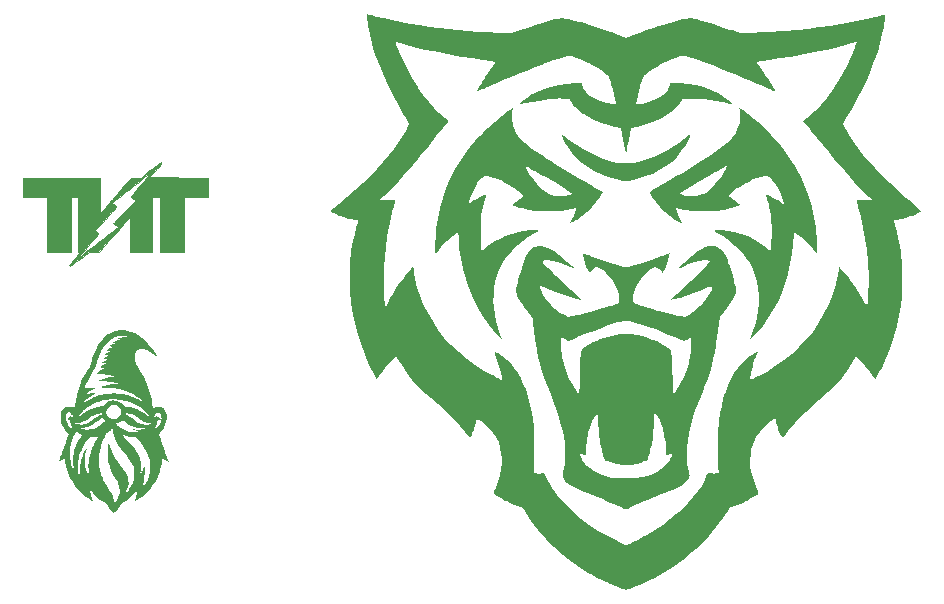
<source format=gbo>
%TF.GenerationSoftware,KiCad,Pcbnew,8.0.2*%
%TF.CreationDate,2024-07-03T09:30:11-06:00*%
%TF.ProjectId,MotorInterfacePiPico,4d6f746f-7249-46e7-9465-726661636550,rev?*%
%TF.SameCoordinates,Original*%
%TF.FileFunction,Legend,Bot*%
%TF.FilePolarity,Positive*%
%FSLAX46Y46*%
G04 Gerber Fmt 4.6, Leading zero omitted, Abs format (unit mm)*
G04 Created by KiCad (PCBNEW 8.0.2) date 2024-07-03 09:30:11*
%MOMM*%
%LPD*%
G01*
G04 APERTURE LIST*
%ADD10C,0.000000*%
%ADD11C,0.010000*%
G04 APERTURE END LIST*
D10*
%TO.C,REF\u002A\u002A*%
G36*
X137678923Y-73722813D02*
G01*
X137748527Y-73776054D01*
X137836129Y-73852449D01*
X137856342Y-73870666D01*
X137960839Y-73959643D01*
X138097037Y-74070104D01*
X138249556Y-74189741D01*
X138403020Y-74306241D01*
X138495990Y-74374459D01*
X138944669Y-74678796D01*
X139426746Y-74969006D01*
X139931602Y-75240244D01*
X140448622Y-75487663D01*
X140967189Y-75706419D01*
X141476689Y-75891668D01*
X141966503Y-76038564D01*
X142426017Y-76142261D01*
X142498721Y-76154368D01*
X142800677Y-76185513D01*
X143126558Y-76193877D01*
X143448775Y-76179460D01*
X143739733Y-76142261D01*
X144092294Y-76065746D01*
X144574490Y-75927974D01*
X145078339Y-75750944D01*
X145593342Y-75539891D01*
X146108999Y-75300055D01*
X146614811Y-75036674D01*
X147100278Y-74754984D01*
X147554902Y-74460225D01*
X147968182Y-74157634D01*
X148329621Y-73852449D01*
X148352958Y-73831305D01*
X148437137Y-73759940D01*
X148500209Y-73714049D01*
X148529970Y-73702752D01*
X148532618Y-73706438D01*
X148532129Y-73759099D01*
X148504487Y-73855118D01*
X148454077Y-73985060D01*
X148385284Y-74139490D01*
X148302490Y-74308972D01*
X148210080Y-74484071D01*
X148112437Y-74655352D01*
X148013946Y-74813379D01*
X147761903Y-75168089D01*
X147367800Y-75630251D01*
X146927279Y-76049816D01*
X146440520Y-76426671D01*
X145907705Y-76760706D01*
X145329016Y-77051811D01*
X144704634Y-77299876D01*
X144034742Y-77504789D01*
X143319521Y-77666442D01*
X143213907Y-77680992D01*
X143089008Y-77683941D01*
X142942059Y-77672265D01*
X142760233Y-77644895D01*
X142530701Y-77600764D01*
X142229000Y-77533190D01*
X141582720Y-77347892D01*
X140970386Y-77115159D01*
X140394543Y-76836613D01*
X139857738Y-76513872D01*
X139362515Y-76148557D01*
X138911422Y-75742290D01*
X138507003Y-75296691D01*
X138151804Y-74813379D01*
X138136600Y-74790041D01*
X138037952Y-74629331D01*
X137940836Y-74456837D01*
X137849634Y-74281992D01*
X137768731Y-74114232D01*
X137702510Y-73962993D01*
X137655355Y-73837710D01*
X137631651Y-73747817D01*
X137635780Y-73702752D01*
X137639523Y-73701842D01*
X137678923Y-73722813D01*
G37*
G36*
X157478967Y-76572366D02*
G01*
X157904387Y-77368575D01*
X158270570Y-78182108D01*
X158578294Y-79014718D01*
X158828336Y-79868161D01*
X159021471Y-80744189D01*
X159158477Y-81644559D01*
X159168334Y-81737977D01*
X159182059Y-81905678D01*
X159194704Y-82102247D01*
X159206054Y-82319330D01*
X159215893Y-82548576D01*
X159224007Y-82781632D01*
X159230181Y-83010145D01*
X159234199Y-83225762D01*
X159235847Y-83420131D01*
X159234910Y-83584900D01*
X159231172Y-83711714D01*
X159224418Y-83792223D01*
X159214434Y-83818073D01*
X159186249Y-83792948D01*
X159127517Y-83726925D01*
X159048043Y-83630732D01*
X158956744Y-83514860D01*
X158871861Y-83407216D01*
X158638869Y-83132960D01*
X158393602Y-82871389D01*
X158144937Y-82630831D01*
X157901757Y-82419611D01*
X157672942Y-82246056D01*
X157467372Y-82118490D01*
X157281633Y-82019492D01*
X157281145Y-82123889D01*
X157279658Y-82192020D01*
X157272538Y-82344499D01*
X157260606Y-82535737D01*
X157245023Y-82750883D01*
X157226950Y-82975084D01*
X157207547Y-83193489D01*
X157187976Y-83391246D01*
X157169398Y-83553503D01*
X157135114Y-83807488D01*
X156982191Y-84692497D01*
X156781392Y-85550074D01*
X156533963Y-86377067D01*
X156241153Y-87170324D01*
X155904207Y-87926692D01*
X155524375Y-88643020D01*
X155102902Y-89316154D01*
X154641036Y-89942944D01*
X154581556Y-90014954D01*
X154462973Y-90151460D01*
X154321119Y-90308872D01*
X154168878Y-90472966D01*
X154019130Y-90629523D01*
X153890085Y-90760646D01*
X153776365Y-90873615D01*
X153685148Y-90961505D01*
X153623504Y-91017505D01*
X153598502Y-91034803D01*
X153598263Y-91034459D01*
X153605238Y-90999209D01*
X153631733Y-90917830D01*
X153673685Y-90802053D01*
X153727035Y-90663606D01*
X153757001Y-90586774D01*
X153974751Y-89946575D01*
X154138657Y-89301377D01*
X154248473Y-88656168D01*
X154303952Y-88015932D01*
X154304846Y-87385655D01*
X154250909Y-86770323D01*
X154141895Y-86174921D01*
X153977555Y-85604435D01*
X153790290Y-85129100D01*
X153542061Y-84640317D01*
X153244011Y-84176829D01*
X152891782Y-83731923D01*
X152481016Y-83298885D01*
X152338735Y-83163349D01*
X151990492Y-82857243D01*
X151632384Y-82581216D01*
X151246873Y-82322292D01*
X150816419Y-82067497D01*
X150488224Y-81883605D01*
X150595550Y-81855024D01*
X150620541Y-81850480D01*
X150713857Y-81843247D01*
X150849578Y-81839696D01*
X151013632Y-81840073D01*
X151191943Y-81844623D01*
X151699205Y-81887573D01*
X152276224Y-81993828D01*
X152849513Y-82159366D01*
X153414296Y-82382272D01*
X153965795Y-82660627D01*
X154499233Y-82992518D01*
X155009832Y-83376027D01*
X155103948Y-83450922D01*
X155199258Y-83521037D01*
X155267864Y-83564803D01*
X155299124Y-83574904D01*
X155302467Y-83570835D01*
X155324304Y-83508472D01*
X155343748Y-83391913D01*
X155360676Y-83228911D01*
X155374966Y-83027217D01*
X155386496Y-82794582D01*
X155395146Y-82538759D01*
X155400793Y-82267497D01*
X155403315Y-81988550D01*
X155402592Y-81709668D01*
X155398500Y-81438603D01*
X155390919Y-81183106D01*
X155379727Y-80950929D01*
X155364802Y-80749823D01*
X155346022Y-80587540D01*
X155291265Y-80248924D01*
X155222167Y-79902291D01*
X155143777Y-79590672D01*
X155052669Y-79299022D01*
X155018279Y-79198030D01*
X154975060Y-79068013D01*
X154942190Y-78965429D01*
X154924901Y-78906349D01*
X154907432Y-78834350D01*
X155092731Y-78901547D01*
X155110828Y-78908195D01*
X155300441Y-78985617D01*
X155512966Y-79083725D01*
X155731997Y-79193970D01*
X155941127Y-79307800D01*
X156123948Y-79416665D01*
X156264055Y-79512013D01*
X156318219Y-79552382D01*
X156407852Y-79615929D01*
X156469662Y-79655241D01*
X156492659Y-79663056D01*
X156489077Y-79647924D01*
X156467940Y-79583074D01*
X156432069Y-79481401D01*
X156386356Y-79356981D01*
X156253134Y-79016671D01*
X156094903Y-78649979D01*
X155934201Y-78314864D01*
X155774279Y-78017326D01*
X155618387Y-77763368D01*
X155469777Y-77558988D01*
X155331700Y-77410190D01*
X155301913Y-77385247D01*
X155153892Y-77304833D01*
X154971220Y-77267228D01*
X154752223Y-77272725D01*
X154495228Y-77321613D01*
X154198562Y-77414182D01*
X153860551Y-77550723D01*
X153479521Y-77731526D01*
X153233165Y-77859574D01*
X152955670Y-78013500D01*
X152696117Y-78167635D01*
X152460095Y-78318097D01*
X152253189Y-78461001D01*
X152080986Y-78592463D01*
X151949072Y-78708600D01*
X151863034Y-78805527D01*
X151828458Y-78879362D01*
X151836985Y-78937697D01*
X151899334Y-79039655D01*
X152020603Y-79163821D01*
X152200732Y-79310133D01*
X152439656Y-79478529D01*
X152555365Y-79556261D01*
X152644841Y-79619043D01*
X152694367Y-79660556D01*
X152710652Y-79688141D01*
X152700410Y-79709140D01*
X152670350Y-79730895D01*
X152661062Y-79736626D01*
X152569455Y-79780157D01*
X152431341Y-79832699D01*
X152259742Y-79890085D01*
X152067683Y-79948147D01*
X151868188Y-80002718D01*
X151674279Y-80049630D01*
X151600984Y-80065866D01*
X151362470Y-80116182D01*
X151148411Y-80155953D01*
X150946301Y-80186371D01*
X150743639Y-80208626D01*
X150527922Y-80223909D01*
X150286647Y-80233411D01*
X150007310Y-80238324D01*
X149677409Y-80239837D01*
X149517463Y-80239693D01*
X149220692Y-80237372D01*
X148968759Y-80231336D01*
X148749293Y-80220395D01*
X148549922Y-80203363D01*
X148358275Y-80179051D01*
X148161980Y-80146272D01*
X147948667Y-80103839D01*
X147705963Y-80050563D01*
X147584708Y-80024435D01*
X147465723Y-80001764D01*
X147381965Y-79989306D01*
X147346509Y-79989290D01*
X147341410Y-80019956D01*
X147350775Y-80099500D01*
X147373780Y-80211330D01*
X147406854Y-80340382D01*
X147446427Y-80471595D01*
X147488926Y-80589909D01*
X147547415Y-80717400D01*
X147626089Y-80864776D01*
X147707612Y-80999426D01*
X147728059Y-81030975D01*
X147786325Y-81126509D01*
X147823588Y-81196688D01*
X147832544Y-81228141D01*
X147820122Y-81231239D01*
X147759084Y-81216554D01*
X147660000Y-81177116D01*
X147533919Y-81117954D01*
X147391886Y-81044099D01*
X147244948Y-80960580D01*
X147225000Y-80948654D01*
X146769090Y-80642084D01*
X146340084Y-80288749D01*
X145946744Y-79897331D01*
X145597829Y-79476515D01*
X145302101Y-79034983D01*
X145276952Y-78992156D01*
X145207375Y-78869569D01*
X145149658Y-78762227D01*
X145139869Y-78742076D01*
X147626478Y-78742076D01*
X147631899Y-78752332D01*
X147684113Y-78784638D01*
X147783574Y-78825289D01*
X147920220Y-78870454D01*
X148083993Y-78916302D01*
X148173160Y-78935149D01*
X148345904Y-78958706D01*
X148541556Y-78974377D01*
X148738901Y-78981124D01*
X148916727Y-78977912D01*
X149053819Y-78963702D01*
X149291725Y-78908055D01*
X149578510Y-78804306D01*
X149853442Y-78660267D01*
X150119907Y-78472838D01*
X150381290Y-78238922D01*
X150640977Y-77955418D01*
X150902356Y-77619228D01*
X151168811Y-77227253D01*
X151443729Y-76776394D01*
X151451500Y-76763012D01*
X151524210Y-76634023D01*
X151581040Y-76526438D01*
X151616461Y-76451160D01*
X151624944Y-76419092D01*
X151602973Y-76421923D01*
X151530519Y-76452193D01*
X151413325Y-76509754D01*
X151256630Y-76591559D01*
X151065674Y-76694566D01*
X150845697Y-76815730D01*
X150601939Y-76952007D01*
X150339638Y-77100354D01*
X150064035Y-77257725D01*
X149780370Y-77421077D01*
X149493882Y-77587366D01*
X149209811Y-77753547D01*
X148933396Y-77916578D01*
X148669878Y-78073412D01*
X148424496Y-78221007D01*
X148202489Y-78356319D01*
X148009097Y-78476302D01*
X147849561Y-78577914D01*
X147729119Y-78658109D01*
X147653011Y-78713845D01*
X147626478Y-78742076D01*
X145139869Y-78742076D01*
X145114301Y-78689446D01*
X145072329Y-78589860D01*
X145458037Y-78377301D01*
X145651632Y-78270225D01*
X146216248Y-77953713D01*
X146783834Y-77629544D01*
X147347793Y-77301714D01*
X147901528Y-76974216D01*
X148438442Y-76651047D01*
X148951936Y-76336199D01*
X149435413Y-76033669D01*
X149882276Y-75747450D01*
X150285927Y-75481536D01*
X150639769Y-75239923D01*
X150976079Y-74999654D01*
X151317070Y-74740482D01*
X151609246Y-74497787D01*
X151857278Y-74266469D01*
X152065842Y-74041429D01*
X152239610Y-73817565D01*
X152383256Y-73589778D01*
X152501454Y-73352968D01*
X152598877Y-73102033D01*
X152695133Y-72758807D01*
X152747770Y-72388581D01*
X152745141Y-72013239D01*
X152688095Y-71618658D01*
X152687429Y-71615355D01*
X152681636Y-71543368D01*
X152698654Y-71516112D01*
X152705459Y-71517684D01*
X152758349Y-71545652D01*
X152849981Y-71603790D01*
X152971479Y-71685825D01*
X153113961Y-71785485D01*
X153268551Y-71896497D01*
X153426368Y-72012589D01*
X153578533Y-72127488D01*
X153716167Y-72234922D01*
X153932349Y-72411740D01*
X154288070Y-72719214D01*
X154652635Y-73052465D01*
X155013671Y-73399492D01*
X155358805Y-73748297D01*
X155675664Y-74086879D01*
X155951876Y-74403239D01*
X156447310Y-75024901D01*
X156993533Y-75791726D01*
X157383655Y-76419092D01*
X157478967Y-76572366D01*
G37*
G36*
X140998098Y-78796417D02*
G01*
X140934949Y-78911508D01*
X140863649Y-79034983D01*
X140852217Y-79054158D01*
X140554037Y-79494982D01*
X140203045Y-79914720D01*
X139808001Y-80304687D01*
X139377666Y-80656202D01*
X138920802Y-80960580D01*
X138858735Y-80996799D01*
X138709556Y-81078478D01*
X138571530Y-81147174D01*
X138455405Y-81198029D01*
X138371928Y-81226184D01*
X138331847Y-81226782D01*
X138331387Y-81226173D01*
X138341723Y-81191678D01*
X138380980Y-81121621D01*
X138441135Y-81030416D01*
X138512323Y-80917650D01*
X138594025Y-80767715D01*
X138660961Y-80624449D01*
X138704514Y-80509362D01*
X138748534Y-80372697D01*
X138785595Y-80237995D01*
X138812120Y-80119618D01*
X138824528Y-80031929D01*
X138819241Y-79989290D01*
X138791684Y-79988528D01*
X138713687Y-79999436D01*
X138598696Y-80020857D01*
X138459787Y-80050563D01*
X138307563Y-80084431D01*
X138086740Y-80130530D01*
X137887726Y-80166676D01*
X137698396Y-80194016D01*
X137506623Y-80213700D01*
X137300280Y-80226876D01*
X137067240Y-80234695D01*
X136795377Y-80238304D01*
X136472564Y-80238853D01*
X136236761Y-80238114D01*
X135994247Y-80236062D01*
X135795933Y-80232241D01*
X135631371Y-80226109D01*
X135490114Y-80217124D01*
X135361715Y-80204741D01*
X135235729Y-80188419D01*
X135101707Y-80167615D01*
X135081677Y-80164301D01*
X134824636Y-80117411D01*
X134564863Y-80062710D01*
X134311642Y-80002773D01*
X134074262Y-79940177D01*
X133862008Y-79877497D01*
X133684168Y-79817309D01*
X133550026Y-79762188D01*
X133468871Y-79714712D01*
X133461598Y-79706146D01*
X133465458Y-79679073D01*
X133504423Y-79637875D01*
X133584936Y-79576617D01*
X133713438Y-79489363D01*
X133788129Y-79438515D01*
X133934062Y-79332353D01*
X134070063Y-79225694D01*
X134174245Y-79135355D01*
X134185641Y-79124528D01*
X134280113Y-79026417D01*
X134331679Y-78945300D01*
X134338376Y-78870842D01*
X134298243Y-78792704D01*
X134209318Y-78700549D01*
X134069642Y-78584039D01*
X133959370Y-78498718D01*
X133592539Y-78244229D01*
X133167084Y-77987835D01*
X132686229Y-77731526D01*
X132648803Y-77712773D01*
X132267752Y-77534571D01*
X131929515Y-77401363D01*
X131632982Y-77312950D01*
X131377042Y-77269136D01*
X131160583Y-77269722D01*
X130982496Y-77314512D01*
X130841670Y-77403306D01*
X130725631Y-77524839D01*
X130575858Y-77723142D01*
X130418591Y-77972214D01*
X130257071Y-78266093D01*
X130094537Y-78598821D01*
X129934232Y-78964437D01*
X129779394Y-79356981D01*
X129752232Y-79430369D01*
X129711572Y-79543452D01*
X129683561Y-79625707D01*
X129673091Y-79663056D01*
X129679576Y-79663353D01*
X129724202Y-79638193D01*
X129801904Y-79585326D01*
X129901695Y-79512013D01*
X129914043Y-79502794D01*
X130059460Y-79405606D01*
X130245851Y-79295809D01*
X130456809Y-79181954D01*
X130675927Y-79072591D01*
X130886800Y-78976272D01*
X131073019Y-78901547D01*
X131258318Y-78834350D01*
X131240849Y-78906349D01*
X131230284Y-78943520D01*
X131201309Y-79035379D01*
X131160498Y-79159237D01*
X131113081Y-79299022D01*
X131033672Y-79549717D01*
X130953736Y-79857697D01*
X130883563Y-80198623D01*
X130819728Y-80587540D01*
X130816774Y-80608271D01*
X130798559Y-80776636D01*
X130784180Y-80982705D01*
X130773517Y-81218726D01*
X130766447Y-81476949D01*
X130762849Y-81749621D01*
X130762601Y-82028991D01*
X130765582Y-82307308D01*
X130771670Y-82576820D01*
X130780743Y-82829775D01*
X130792679Y-83058422D01*
X130807358Y-83255010D01*
X130824656Y-83411788D01*
X130844453Y-83521002D01*
X130866626Y-83574904D01*
X130890577Y-83568632D01*
X130954276Y-83529435D01*
X131046270Y-83462794D01*
X131155919Y-83376027D01*
X131469691Y-83133896D01*
X131987556Y-82790976D01*
X132544889Y-82484715D01*
X132869492Y-82332470D01*
X133389737Y-82130334D01*
X133906830Y-81983503D01*
X134431333Y-81889194D01*
X134973807Y-81844623D01*
X135057519Y-81841974D01*
X135230957Y-81839393D01*
X135383600Y-81840872D01*
X135501372Y-81846164D01*
X135570200Y-81855024D01*
X135677526Y-81883605D01*
X135349331Y-82067497D01*
X135219516Y-82141439D01*
X134746005Y-82435488D01*
X134315670Y-82746044D01*
X133912645Y-83085235D01*
X133521068Y-83465190D01*
X133390844Y-83603645D01*
X133000937Y-84073417D01*
X132668997Y-84566799D01*
X132394467Y-85085124D01*
X132176787Y-85629726D01*
X132015399Y-86201938D01*
X131909746Y-86803093D01*
X131859269Y-87434525D01*
X131855868Y-87748535D01*
X131887376Y-88338706D01*
X131965063Y-88942708D01*
X132086133Y-89545081D01*
X132247788Y-90130370D01*
X132447229Y-90683115D01*
X132488668Y-90786240D01*
X132533570Y-90903145D01*
X132564067Y-90988986D01*
X132575159Y-91030196D01*
X132566320Y-91031068D01*
X132522160Y-90997916D01*
X132446752Y-90929057D01*
X132346659Y-90831340D01*
X132228445Y-90711614D01*
X132098673Y-90576729D01*
X131963905Y-90433532D01*
X131830706Y-90288873D01*
X131705638Y-90149602D01*
X131595264Y-90022567D01*
X131506149Y-89914618D01*
X131306244Y-89654133D01*
X130855962Y-88995932D01*
X130449118Y-88294609D01*
X130086669Y-87552924D01*
X129769576Y-86773637D01*
X129498797Y-85959506D01*
X129275290Y-85113289D01*
X129100015Y-84237747D01*
X128973931Y-83335639D01*
X128897995Y-82409722D01*
X128877145Y-82023208D01*
X128694892Y-82120348D01*
X128610854Y-82168523D01*
X128396849Y-82315207D01*
X128163142Y-82504093D01*
X127918619Y-82726840D01*
X127672164Y-82975110D01*
X127432665Y-83240563D01*
X127209006Y-83514860D01*
X127123846Y-83623103D01*
X127043248Y-83721024D01*
X126982766Y-83789512D01*
X126951316Y-83818073D01*
X126944416Y-83807387D01*
X126936694Y-83744286D01*
X126931997Y-83632139D01*
X126930116Y-83479343D01*
X126930840Y-83294293D01*
X126933961Y-83085387D01*
X126939267Y-82861021D01*
X126946549Y-82629590D01*
X126955597Y-82399490D01*
X126966202Y-82179119D01*
X126978153Y-81976872D01*
X126991240Y-81801145D01*
X127005254Y-81660335D01*
X127119597Y-80882995D01*
X127303821Y-80003811D01*
X127544121Y-79148470D01*
X127841397Y-78314937D01*
X128196547Y-77501180D01*
X128610470Y-76705166D01*
X128784099Y-76419092D01*
X134540806Y-76419092D01*
X134546958Y-76446309D01*
X134580906Y-76518718D01*
X134638055Y-76626212D01*
X134712872Y-76759174D01*
X134799825Y-76907989D01*
X134893385Y-77063039D01*
X134988019Y-77214708D01*
X135078196Y-77353379D01*
X135271377Y-77631369D01*
X135527020Y-77960469D01*
X135778525Y-78236078D01*
X136031294Y-78462901D01*
X136290728Y-78645643D01*
X136562229Y-78789009D01*
X136851198Y-78897703D01*
X136958120Y-78924211D01*
X137124421Y-78951885D01*
X137310233Y-78972571D01*
X137495283Y-78984572D01*
X137659299Y-78986186D01*
X137782005Y-78975717D01*
X137796646Y-78973068D01*
X137980162Y-78935774D01*
X138153667Y-78893645D01*
X138306746Y-78849904D01*
X138428984Y-78807776D01*
X138509965Y-78770487D01*
X138539273Y-78741260D01*
X138523567Y-78722269D01*
X138458568Y-78672779D01*
X138348007Y-78598117D01*
X138197126Y-78501326D01*
X138011164Y-78385449D01*
X137795362Y-78253529D01*
X137554960Y-78108610D01*
X137295198Y-77953736D01*
X137021316Y-77791949D01*
X136738554Y-77626292D01*
X136452153Y-77459810D01*
X136167352Y-77295546D01*
X135889392Y-77136541D01*
X135623514Y-76985841D01*
X135374956Y-76846489D01*
X135148960Y-76721527D01*
X134950765Y-76613999D01*
X134785613Y-76526948D01*
X134658742Y-76463417D01*
X134575393Y-76426451D01*
X134540806Y-76419092D01*
X128784099Y-76419092D01*
X129084067Y-75924859D01*
X129618235Y-75158228D01*
X130213874Y-74403239D01*
X130313635Y-74286959D01*
X130495650Y-74084541D01*
X130706347Y-73858971D01*
X130934660Y-73621556D01*
X131169524Y-73383605D01*
X131399871Y-73156425D01*
X131614636Y-72951327D01*
X131802751Y-72779617D01*
X131954591Y-72647684D01*
X132148604Y-72484496D01*
X132349787Y-72320262D01*
X132551973Y-72159607D01*
X132748997Y-72007154D01*
X132934691Y-71867530D01*
X133102888Y-71745358D01*
X133247422Y-71645265D01*
X133362126Y-71571874D01*
X133440833Y-71529810D01*
X133477377Y-71523699D01*
X133481635Y-71551315D01*
X133474822Y-71625651D01*
X133456565Y-71726591D01*
X133446763Y-71779030D01*
X133427031Y-71964108D01*
X133420006Y-72180382D01*
X133425360Y-72405152D01*
X133442764Y-72615717D01*
X133471893Y-72789375D01*
X133507491Y-72928550D01*
X133584003Y-73168788D01*
X133679112Y-73397435D01*
X133796277Y-73618069D01*
X133938959Y-73834272D01*
X134110618Y-74049624D01*
X134314714Y-74267705D01*
X134554707Y-74492096D01*
X134834056Y-74726375D01*
X135156222Y-74974125D01*
X135524665Y-75238925D01*
X135942845Y-75524355D01*
X136414221Y-75833995D01*
X136694490Y-76012974D01*
X137051828Y-76236285D01*
X137446731Y-76478860D01*
X137869698Y-76735084D01*
X138311233Y-76999337D01*
X138761836Y-77266001D01*
X139212009Y-77529460D01*
X139652254Y-77784095D01*
X140073073Y-78024288D01*
X140464967Y-78244422D01*
X140818437Y-78438878D01*
X141094000Y-78588476D01*
X141051738Y-78688754D01*
X141042572Y-78709083D01*
X141026186Y-78741260D01*
X140998098Y-78796417D01*
G37*
G36*
X150688353Y-91662386D02*
G01*
X150574291Y-92277851D01*
X150558836Y-92355368D01*
X150454765Y-92851206D01*
X150350816Y-93296896D01*
X150243662Y-93703632D01*
X150129977Y-94082609D01*
X150006435Y-94445022D01*
X149869711Y-94802064D01*
X149716477Y-95164932D01*
X149662700Y-95287868D01*
X149321293Y-96107963D01*
X149027250Y-96889571D01*
X148780009Y-97634848D01*
X148579010Y-98345952D01*
X148423692Y-99025038D01*
X148313492Y-99674264D01*
X148247850Y-100295787D01*
X148232179Y-100727270D01*
X148226205Y-100891764D01*
X148234096Y-101253250D01*
X148264218Y-101634469D01*
X148318564Y-101983389D01*
X148398918Y-102314717D01*
X148410395Y-102355485D01*
X148445710Y-102501575D01*
X148458306Y-102605314D01*
X148449964Y-102679418D01*
X148386467Y-102844106D01*
X148280343Y-103015261D01*
X148132700Y-103178721D01*
X147940013Y-103337007D01*
X147698758Y-103492643D01*
X147405411Y-103648151D01*
X147056446Y-103806053D01*
X146648341Y-103968872D01*
X146559073Y-104002770D01*
X145835021Y-104286375D01*
X145132807Y-104577936D01*
X144428496Y-104887650D01*
X143698155Y-105225712D01*
X143670508Y-105238780D01*
X143496851Y-105319974D01*
X143342875Y-105390501D01*
X143217884Y-105446204D01*
X143131184Y-105482925D01*
X143092076Y-105496509D01*
X143088710Y-105496132D01*
X143039771Y-105479090D01*
X142944879Y-105439688D01*
X142813265Y-105381960D01*
X142654160Y-105309941D01*
X142476796Y-105227664D01*
X142189164Y-105093904D01*
X141591093Y-104823202D01*
X140999131Y-104564941D01*
X140425242Y-104324188D01*
X139881389Y-104106013D01*
X139379536Y-103915484D01*
X139373549Y-103913284D01*
X138983295Y-103756181D01*
X138639521Y-103589822D01*
X138345546Y-103416386D01*
X138104692Y-103238055D01*
X137920280Y-103057009D01*
X137795631Y-102875430D01*
X137752904Y-102787233D01*
X137718401Y-102685900D01*
X137709920Y-102586974D01*
X137726413Y-102470048D01*
X137766832Y-102314717D01*
X137775660Y-102283507D01*
X137849945Y-101969979D01*
X137900835Y-101640655D01*
X137930119Y-101280641D01*
X137939583Y-100875045D01*
X137937106Y-100709172D01*
X139172175Y-100709172D01*
X139185528Y-100782219D01*
X139217972Y-100889240D01*
X139264774Y-101016625D01*
X139321204Y-101150765D01*
X139382530Y-101278049D01*
X139429044Y-101359666D01*
X139518208Y-101485563D01*
X139637604Y-101622351D01*
X139797812Y-101782894D01*
X140058760Y-102016042D01*
X140365981Y-102243938D01*
X140687066Y-102429610D01*
X141033547Y-102578722D01*
X141416956Y-102696934D01*
X141848826Y-102789911D01*
X141997359Y-102811025D01*
X142211379Y-102831469D01*
X142461711Y-102848085D01*
X142734222Y-102860494D01*
X143014779Y-102868314D01*
X143289248Y-102871164D01*
X143543497Y-102868665D01*
X143763392Y-102860435D01*
X143934801Y-102846094D01*
X144400657Y-102774019D01*
X144821821Y-102676003D01*
X145201884Y-102549710D01*
X145549861Y-102392142D01*
X145874766Y-102200295D01*
X145903460Y-102180841D01*
X146071727Y-102053055D01*
X146247219Y-101900074D01*
X146418027Y-101733991D01*
X146572237Y-101566898D01*
X146697939Y-101410886D01*
X146783221Y-101278049D01*
X146825924Y-101191407D01*
X146884369Y-101057932D01*
X146934647Y-100927010D01*
X146972026Y-100812253D01*
X146991775Y-100727270D01*
X146989163Y-100685671D01*
X146988809Y-100685367D01*
X146953669Y-100692631D01*
X146881087Y-100726491D01*
X146786316Y-100779865D01*
X146741648Y-100806522D01*
X146628121Y-100868063D01*
X146554927Y-100890142D01*
X146513388Y-100870253D01*
X146494822Y-100805893D01*
X146490551Y-100694559D01*
X146484022Y-100478053D01*
X146462683Y-100194995D01*
X146428911Y-99886587D01*
X146385180Y-99570521D01*
X146333965Y-99264488D01*
X146277741Y-98986178D01*
X146218982Y-98753283D01*
X146181770Y-98629133D01*
X146052705Y-98259190D01*
X145910992Y-97943290D01*
X145753430Y-97674921D01*
X145576815Y-97447572D01*
X145433558Y-97287632D01*
X145430825Y-97993238D01*
X145428617Y-98215123D01*
X145418255Y-98552806D01*
X145397884Y-98867435D01*
X145365585Y-99179917D01*
X145319440Y-99511161D01*
X145257531Y-99882075D01*
X145233589Y-100011911D01*
X145185879Y-100248033D01*
X145133470Y-100484414D01*
X145079427Y-100708560D01*
X145026819Y-100907980D01*
X144978714Y-101070183D01*
X144938177Y-101182674D01*
X144914868Y-101234701D01*
X144879381Y-101293433D01*
X144830981Y-101336400D01*
X144754151Y-101375897D01*
X144633375Y-101424223D01*
X144348521Y-101525900D01*
X143910384Y-101648132D01*
X143491505Y-101720109D01*
X143082875Y-101743689D01*
X142830605Y-101734696D01*
X142416692Y-101681371D01*
X141986952Y-101578499D01*
X141532375Y-101424223D01*
X141448606Y-101391393D01*
X141357965Y-101350171D01*
X141301257Y-101309842D01*
X141262965Y-101258109D01*
X141227573Y-101182674D01*
X141205546Y-101125296D01*
X141160314Y-100982906D01*
X141109263Y-100797934D01*
X141055461Y-100582872D01*
X141001975Y-100350214D01*
X140951871Y-100112451D01*
X140908219Y-99882075D01*
X140869150Y-99654057D01*
X140816911Y-99309407D01*
X140779286Y-98991908D01*
X140754359Y-98680652D01*
X140740212Y-98354731D01*
X140734925Y-97993238D01*
X140732192Y-97287632D01*
X140588935Y-97447572D01*
X140533043Y-97512728D01*
X140362558Y-97751857D01*
X140210153Y-98033984D01*
X140072624Y-98365623D01*
X139946768Y-98753283D01*
X139894331Y-98958291D01*
X139837710Y-99232512D01*
X139785829Y-99536385D01*
X139741163Y-99852216D01*
X139706186Y-100162317D01*
X139683373Y-100448995D01*
X139675200Y-100694559D01*
X139674882Y-100734190D01*
X139667114Y-100830717D01*
X139642364Y-100881044D01*
X139591955Y-100887676D01*
X139507205Y-100853115D01*
X139379434Y-100779865D01*
X139376026Y-100777815D01*
X139281757Y-100724986D01*
X139210192Y-100691910D01*
X139176587Y-100685671D01*
X139172175Y-100709172D01*
X137937106Y-100709172D01*
X137935362Y-100592393D01*
X137912400Y-100179498D01*
X137867888Y-99761845D01*
X137800030Y-99326575D01*
X137707029Y-98860834D01*
X137587091Y-98351764D01*
X137514014Y-98073162D01*
X137314917Y-97407445D01*
X137071064Y-96701252D01*
X136782104Y-95953604D01*
X136447689Y-95163525D01*
X136343859Y-94919714D01*
X136180191Y-94496977D01*
X136030343Y-94055970D01*
X135892318Y-93589223D01*
X135764118Y-93089270D01*
X135643747Y-92548643D01*
X135529206Y-91959872D01*
X135443095Y-91458657D01*
X137586138Y-91458657D01*
X137589129Y-91664686D01*
X137596026Y-91876597D01*
X137606544Y-92080995D01*
X137620398Y-92264489D01*
X137637302Y-92413687D01*
X137657401Y-92544979D01*
X137793468Y-93189979D01*
X137988190Y-93811710D01*
X138241484Y-94409970D01*
X138553266Y-94984558D01*
X138923454Y-95535273D01*
X138950376Y-95571043D01*
X139022815Y-95661754D01*
X139079578Y-95724941D01*
X139110210Y-95748658D01*
X139118693Y-95723803D01*
X139126833Y-95644604D01*
X139133258Y-95520142D01*
X139137500Y-95359765D01*
X139139089Y-95172820D01*
X139139807Y-95021218D01*
X139143456Y-94746459D01*
X139149822Y-94443150D01*
X139158493Y-94122748D01*
X139169058Y-93796709D01*
X139181102Y-93476490D01*
X139194216Y-93173547D01*
X139207986Y-92899338D01*
X139222000Y-92665318D01*
X139235847Y-92482944D01*
X139251022Y-92341951D01*
X139272842Y-92192851D01*
X139296621Y-92072977D01*
X139319443Y-91999210D01*
X139343590Y-91958173D01*
X139442048Y-91850931D01*
X139592622Y-91733278D01*
X139788770Y-91608166D01*
X140023948Y-91478549D01*
X140291615Y-91347378D01*
X140585226Y-91217607D01*
X140898241Y-91092189D01*
X141224115Y-90974076D01*
X141556306Y-90866222D01*
X141888272Y-90771579D01*
X142213470Y-90693099D01*
X142235011Y-90688550D01*
X142491986Y-90649051D01*
X142787098Y-90625588D01*
X143100515Y-90618171D01*
X143412406Y-90626808D01*
X143702938Y-90651508D01*
X143952280Y-90692281D01*
X144073883Y-90720110D01*
X144405669Y-90806425D01*
X144740989Y-90907531D01*
X145073347Y-91020496D01*
X145396250Y-91142388D01*
X145703203Y-91270273D01*
X145987713Y-91401218D01*
X146243284Y-91532291D01*
X146463423Y-91660560D01*
X146641636Y-91783091D01*
X146771429Y-91896952D01*
X146846307Y-91999210D01*
X146866040Y-92060375D01*
X146889863Y-92175314D01*
X146912081Y-92321783D01*
X146929789Y-92482944D01*
X146935656Y-92553677D01*
X146950166Y-92766025D01*
X146964570Y-93024956D01*
X146978445Y-93318748D01*
X146991365Y-93635676D01*
X147002904Y-93964018D01*
X147012639Y-94292049D01*
X147020143Y-94608046D01*
X147024991Y-94900285D01*
X147026759Y-95157044D01*
X147028188Y-95341575D01*
X147032228Y-95505932D01*
X147038430Y-95634673D01*
X147046349Y-95718635D01*
X147055541Y-95748658D01*
X147062568Y-95745639D01*
X147103464Y-95706854D01*
X147166858Y-95632749D01*
X147242296Y-95535273D01*
X147323347Y-95423779D01*
X147681555Y-94868523D01*
X147980998Y-94290302D01*
X148221846Y-93688700D01*
X148404272Y-93063301D01*
X148528448Y-92413687D01*
X148533076Y-92379292D01*
X148549222Y-92219982D01*
X148562245Y-92029825D01*
X148571858Y-91822212D01*
X148577776Y-91610536D01*
X148579714Y-91408188D01*
X148577387Y-91228561D01*
X148570507Y-91085048D01*
X148558790Y-90991039D01*
X148536692Y-90890425D01*
X148420777Y-90981764D01*
X148360198Y-91027188D01*
X148210398Y-91121122D01*
X148072823Y-91182852D01*
X147962501Y-91205056D01*
X147942271Y-91202092D01*
X147862681Y-91179089D01*
X147739528Y-91136281D01*
X147582419Y-91077224D01*
X147400963Y-91005475D01*
X147204767Y-90924590D01*
X146855275Y-90778311D01*
X146293041Y-90546529D01*
X145782987Y-90341268D01*
X145322339Y-90161590D01*
X144908322Y-90006558D01*
X144538162Y-89875236D01*
X144209086Y-89766687D01*
X143918320Y-89679975D01*
X143663090Y-89614162D01*
X143440622Y-89568313D01*
X143248141Y-89541491D01*
X143082875Y-89532758D01*
X142990607Y-89535647D01*
X142809965Y-89554711D01*
X142600508Y-89592406D01*
X142359460Y-89649668D01*
X142084050Y-89727434D01*
X141771501Y-89826641D01*
X141419041Y-89948225D01*
X141023896Y-90093123D01*
X140583292Y-90262272D01*
X140094454Y-90456608D01*
X139554609Y-90677069D01*
X138960983Y-90924590D01*
X138863287Y-90965274D01*
X138673137Y-91042112D01*
X138502451Y-91108066D01*
X138360835Y-91159578D01*
X138257898Y-91193094D01*
X138203249Y-91205056D01*
X138162917Y-91201312D01*
X138039775Y-91162257D01*
X137895451Y-91086633D01*
X137744973Y-90981764D01*
X137629058Y-90890425D01*
X137606960Y-90991039D01*
X137603465Y-91009770D01*
X137593021Y-91117806D01*
X137587340Y-91271899D01*
X137586138Y-91458657D01*
X135443095Y-91458657D01*
X135418499Y-91315491D01*
X135410493Y-91265532D01*
X135380360Y-91068521D01*
X135348094Y-90845753D01*
X135314945Y-90607028D01*
X135282162Y-90362146D01*
X135250995Y-90120907D01*
X135222693Y-89893112D01*
X135198506Y-89688560D01*
X135179682Y-89517052D01*
X135167471Y-89388388D01*
X135163123Y-89312368D01*
X135162080Y-89302526D01*
X135133063Y-89234731D01*
X135063542Y-89125215D01*
X134952579Y-88972591D01*
X134799231Y-88775471D01*
X134679281Y-88623463D01*
X134444233Y-88316132D01*
X134249736Y-88045858D01*
X134092945Y-87807468D01*
X133971013Y-87595785D01*
X133881096Y-87405634D01*
X133820348Y-87231841D01*
X133785923Y-87069230D01*
X133774976Y-86912625D01*
X133779274Y-86856077D01*
X133801625Y-86724351D01*
X133841809Y-86541793D01*
X133898414Y-86313796D01*
X133970029Y-86045754D01*
X134055244Y-85743061D01*
X134152647Y-85411112D01*
X134260828Y-85055300D01*
X134302419Y-84914499D01*
X134334388Y-84793869D01*
X134353135Y-84707702D01*
X134355530Y-84668778D01*
X134351939Y-84661041D01*
X134366679Y-84642075D01*
X134383948Y-84625060D01*
X134415171Y-84562042D01*
X134449047Y-84468498D01*
X134517867Y-84277305D01*
X134642890Y-84011639D01*
X134790895Y-83770298D01*
X134954900Y-83562929D01*
X135127923Y-83399178D01*
X135302982Y-83288692D01*
X135395504Y-83251982D01*
X135634392Y-83203004D01*
X135900046Y-83204690D01*
X136186686Y-83255754D01*
X136488536Y-83354908D01*
X136799817Y-83500864D01*
X137114752Y-83692336D01*
X137127198Y-83700840D01*
X137262490Y-83798373D01*
X137417926Y-83918011D01*
X137587205Y-84054149D01*
X137764025Y-84201182D01*
X137942086Y-84353503D01*
X138115084Y-84505509D01*
X138276720Y-84651593D01*
X138420691Y-84786151D01*
X138540697Y-84903577D01*
X138630434Y-84998265D01*
X138683603Y-85064612D01*
X138693901Y-85097011D01*
X138689183Y-85097990D01*
X138640568Y-85084442D01*
X138549573Y-85048539D01*
X138427016Y-84994750D01*
X138283715Y-84927545D01*
X138207016Y-84891123D01*
X137746636Y-84697249D01*
X137294947Y-84548789D01*
X136860539Y-84448227D01*
X136452004Y-84398047D01*
X136426760Y-84396563D01*
X136241221Y-84391688D01*
X136113163Y-84401569D01*
X136038976Y-84426783D01*
X136015049Y-84467908D01*
X136024172Y-84502159D01*
X136075969Y-84588614D01*
X136170819Y-84710907D01*
X136305604Y-84865950D01*
X136477204Y-85050655D01*
X136682501Y-85261934D01*
X136918373Y-85496701D01*
X137181702Y-85751865D01*
X137469369Y-86024341D01*
X137778253Y-86311040D01*
X138105235Y-86608874D01*
X138447196Y-86914755D01*
X138801016Y-87225595D01*
X138931876Y-87340242D01*
X139079647Y-87471640D01*
X139204413Y-87584774D01*
X139299962Y-87673925D01*
X139360083Y-87733373D01*
X139378566Y-87757399D01*
X139370967Y-87760181D01*
X139311268Y-87756244D01*
X139200678Y-87736069D01*
X139046193Y-87701292D01*
X138854807Y-87653553D01*
X138633516Y-87594489D01*
X138389314Y-87525739D01*
X138335782Y-87510142D01*
X137874579Y-87364176D01*
X137377989Y-87188054D01*
X136860538Y-86987148D01*
X136336753Y-86766828D01*
X136329172Y-86763516D01*
X136158420Y-86689978D01*
X136008617Y-86627405D01*
X135888939Y-86579475D01*
X135808557Y-86549866D01*
X135776648Y-86542257D01*
X135775279Y-86546816D01*
X135780266Y-86596567D01*
X135798070Y-86687327D01*
X135825795Y-86803685D01*
X135837649Y-86847946D01*
X135926000Y-87097758D01*
X136052305Y-87345236D01*
X136221353Y-87597678D01*
X136437930Y-87862381D01*
X136706824Y-88146643D01*
X136887560Y-88318287D01*
X137092159Y-88495737D01*
X137304003Y-88664928D01*
X137514456Y-88819791D01*
X137714882Y-88954258D01*
X137896645Y-89062258D01*
X138051108Y-89137724D01*
X138169634Y-89174587D01*
X138183741Y-89175284D01*
X138263768Y-89166382D01*
X138397451Y-89142170D01*
X138579490Y-89103922D01*
X138804588Y-89052916D01*
X139067444Y-88990425D01*
X139362762Y-88917727D01*
X139685241Y-88836096D01*
X140029582Y-88746808D01*
X140390489Y-88651139D01*
X140762660Y-88550364D01*
X140823176Y-88533778D01*
X141153124Y-88442138D01*
X141430396Y-88362630D01*
X141662409Y-88292885D01*
X141856578Y-88230538D01*
X142020317Y-88173224D01*
X142161041Y-88118575D01*
X142286167Y-88064226D01*
X142514925Y-87959224D01*
X142514925Y-87770630D01*
X142506358Y-87586049D01*
X142444208Y-87226101D01*
X142322154Y-86848827D01*
X142140443Y-86455098D01*
X141946170Y-86125404D01*
X141684073Y-85774664D01*
X141370429Y-85441426D01*
X141349215Y-85421163D01*
X141137587Y-85232823D01*
X140952351Y-85097532D01*
X140788361Y-85014071D01*
X140640470Y-84981221D01*
X140503532Y-84997763D01*
X140372402Y-85062478D01*
X140241932Y-85174147D01*
X140173403Y-85247034D01*
X140097939Y-85334115D01*
X140049452Y-85398310D01*
X140000150Y-85476161D01*
X139915269Y-85341702D01*
X139899556Y-85315425D01*
X139843280Y-85208334D01*
X139779555Y-85073059D01*
X139719368Y-84932547D01*
X139681066Y-84830349D01*
X139633458Y-84689367D01*
X139583131Y-84529284D01*
X139533260Y-84361403D01*
X139487014Y-84197028D01*
X139447567Y-84047462D01*
X139418090Y-83924007D01*
X139401755Y-83837968D01*
X139401735Y-83800648D01*
X139420036Y-83803140D01*
X139490377Y-83823821D01*
X139605547Y-83861923D01*
X139757318Y-83914628D01*
X139937462Y-83979121D01*
X140137752Y-84052584D01*
X140234530Y-84088420D01*
X140783623Y-84289165D01*
X141275457Y-84464270D01*
X141710330Y-84613835D01*
X142088544Y-84737960D01*
X142410398Y-84836743D01*
X142676194Y-84910282D01*
X142886232Y-84958679D01*
X142998556Y-84976693D01*
X143131219Y-84979933D01*
X143279518Y-84958679D01*
X143310559Y-84952377D01*
X143529838Y-84899811D01*
X143804925Y-84822085D01*
X144136121Y-84719099D01*
X144523725Y-84590756D01*
X144968040Y-84436955D01*
X145469364Y-84257597D01*
X146027998Y-84052584D01*
X146175294Y-83998393D01*
X146361751Y-83931173D01*
X146522080Y-83874973D01*
X146648052Y-83832607D01*
X146731440Y-83806893D01*
X146764015Y-83800648D01*
X146764128Y-83825102D01*
X146750449Y-83900505D01*
X146724485Y-84014563D01*
X146689431Y-84155219D01*
X146648484Y-84310414D01*
X146604840Y-84468093D01*
X146561696Y-84616196D01*
X146522248Y-84742668D01*
X146489692Y-84835450D01*
X146478929Y-84862652D01*
X146423215Y-84994428D01*
X146361148Y-85129959D01*
X146298955Y-85256884D01*
X146242859Y-85362847D01*
X146199087Y-85435487D01*
X146173863Y-85462447D01*
X146167166Y-85460096D01*
X146129971Y-85422978D01*
X146082275Y-85355062D01*
X146005777Y-85248576D01*
X145872972Y-85118076D01*
X145727812Y-85027131D01*
X145581708Y-84982288D01*
X145446070Y-84990092D01*
X145328255Y-85035991D01*
X145144155Y-85144764D01*
X144946838Y-85297785D01*
X144743826Y-85487298D01*
X144542643Y-85705543D01*
X144350813Y-85944764D01*
X144175860Y-86197202D01*
X144025307Y-86455098D01*
X143920989Y-86667074D01*
X143771063Y-87052135D01*
X143680926Y-87420277D01*
X143650825Y-87770630D01*
X143650825Y-87959224D01*
X143879583Y-88064226D01*
X143900063Y-88073541D01*
X144027197Y-88127726D01*
X144171170Y-88182615D01*
X144339395Y-88240574D01*
X144539285Y-88303967D01*
X144778255Y-88375163D01*
X145063719Y-88456526D01*
X145403090Y-88550422D01*
X145462940Y-88566778D01*
X145852297Y-88671878D01*
X146224759Y-88770208D01*
X146575455Y-88860606D01*
X146899520Y-88941907D01*
X147192084Y-89012951D01*
X147448281Y-89072573D01*
X147663243Y-89119612D01*
X147832101Y-89152904D01*
X147949988Y-89171287D01*
X148012036Y-89173598D01*
X148037264Y-89166850D01*
X148127397Y-89130554D01*
X148244174Y-89073097D01*
X148368812Y-89003437D01*
X148377125Y-88998480D01*
X148714081Y-88778783D01*
X149036897Y-88532996D01*
X149339162Y-88268043D01*
X149614467Y-87990848D01*
X149856403Y-87708333D01*
X150058561Y-87427421D01*
X150214531Y-87155035D01*
X150317904Y-86898099D01*
X150356481Y-86759890D01*
X150382118Y-86641462D01*
X150389868Y-86563391D01*
X150378141Y-86535242D01*
X150352260Y-86543851D01*
X150276435Y-86574405D01*
X150160990Y-86623109D01*
X150015720Y-86685822D01*
X149850421Y-86758400D01*
X149480414Y-86916678D01*
X149037793Y-87093562D01*
X148594476Y-87258427D01*
X148168761Y-87404501D01*
X147778942Y-87525013D01*
X147690064Y-87550429D01*
X147452411Y-87616166D01*
X147240364Y-87671576D01*
X147060870Y-87715033D01*
X146920878Y-87744907D01*
X146827333Y-87759572D01*
X146787185Y-87757399D01*
X146798466Y-87741174D01*
X146850799Y-87688348D01*
X146939806Y-87604692D01*
X147059274Y-87495924D01*
X147202987Y-87367764D01*
X147364734Y-87225928D01*
X147558769Y-87056287D01*
X147911258Y-86743815D01*
X148249096Y-86438859D01*
X148569232Y-86144440D01*
X148868617Y-85863576D01*
X149144200Y-85599288D01*
X149392934Y-85354596D01*
X149611767Y-85132520D01*
X149797651Y-84936079D01*
X149947536Y-84768294D01*
X150058373Y-84632183D01*
X150127111Y-84530768D01*
X150150701Y-84467068D01*
X150150509Y-84462738D01*
X150121687Y-84423339D01*
X150041542Y-84399780D01*
X149906691Y-84391528D01*
X149713746Y-84398047D01*
X149648054Y-84402787D01*
X149234626Y-84461506D01*
X148796754Y-84570194D01*
X148343027Y-84726368D01*
X147882035Y-84927545D01*
X147837130Y-84949049D01*
X147699162Y-85012885D01*
X147585390Y-85062192D01*
X147506582Y-85092447D01*
X147473509Y-85099127D01*
X147471967Y-85090712D01*
X147499663Y-85044107D01*
X147567533Y-84965673D01*
X147669274Y-84861112D01*
X147798580Y-84736121D01*
X147949148Y-84596400D01*
X148114674Y-84447648D01*
X148288854Y-84295564D01*
X148465385Y-84145847D01*
X148637961Y-84004197D01*
X148800280Y-83876311D01*
X148946037Y-83767890D01*
X149155233Y-83627348D01*
X149479306Y-83445419D01*
X149793541Y-83312196D01*
X150093471Y-83228794D01*
X150374630Y-83196332D01*
X150632552Y-83215926D01*
X150862768Y-83288692D01*
X150876218Y-83295121D01*
X151045086Y-83404725D01*
X151213574Y-83562770D01*
X151370053Y-83756799D01*
X151502893Y-83974355D01*
X151527099Y-84023442D01*
X151593161Y-84176091D01*
X151668717Y-84371671D01*
X151751197Y-84601656D01*
X151838028Y-84857520D01*
X151926639Y-85130738D01*
X152014457Y-85412784D01*
X152098911Y-85695132D01*
X152177429Y-85969256D01*
X152247438Y-86226632D01*
X152306366Y-86458732D01*
X152351642Y-86657032D01*
X152380694Y-86813005D01*
X152390950Y-86918127D01*
X152386197Y-87022877D01*
X152361405Y-87176397D01*
X152312832Y-87338511D01*
X152237589Y-87514452D01*
X152132785Y-87709453D01*
X151995530Y-87928748D01*
X151822935Y-88177569D01*
X151612109Y-88461150D01*
X151360163Y-88784725D01*
X151015513Y-89219922D01*
X150959800Y-89744304D01*
X150958819Y-89753523D01*
X150885110Y-90370690D01*
X150793457Y-91016821D01*
X150729739Y-91408188D01*
X150688353Y-91662386D01*
G37*
G36*
X167536291Y-79741971D02*
G01*
X167619590Y-79810711D01*
X167770658Y-79936406D01*
X167900938Y-80046149D01*
X168003406Y-80133950D01*
X168071036Y-80193822D01*
X168096805Y-80219777D01*
X168082723Y-80241483D01*
X168021645Y-80286073D01*
X167922571Y-80345351D01*
X167796322Y-80413518D01*
X167653721Y-80484769D01*
X167505590Y-80553304D01*
X167362751Y-80613320D01*
X167332507Y-80625047D01*
X167149127Y-80690165D01*
X166938637Y-80756900D01*
X166713431Y-80822079D01*
X166485903Y-80882526D01*
X166268446Y-80935067D01*
X166073455Y-80976526D01*
X165913322Y-81003730D01*
X165800443Y-81013503D01*
X165797094Y-81013521D01*
X165749860Y-81025791D01*
X165752389Y-81068721D01*
X165754586Y-81074504D01*
X165785212Y-81166994D01*
X165826884Y-81307708D01*
X165876403Y-81484594D01*
X165930568Y-81685604D01*
X165986182Y-81898688D01*
X166040043Y-82111794D01*
X166088954Y-82312873D01*
X166129714Y-82489876D01*
X166194948Y-82794892D01*
X166278538Y-83230180D01*
X166345538Y-83647601D01*
X166397307Y-84060555D01*
X166435206Y-84482446D01*
X166460594Y-84926672D01*
X166474829Y-85406637D01*
X166479273Y-85935739D01*
X166479264Y-85980131D01*
X166478358Y-86316990D01*
X166475422Y-86604507D01*
X166469688Y-86854958D01*
X166460388Y-87080622D01*
X166446756Y-87293775D01*
X166428022Y-87506694D01*
X166403421Y-87731657D01*
X166372184Y-87980939D01*
X166333545Y-88266819D01*
X166331692Y-88280178D01*
X166190844Y-89117530D01*
X166000649Y-89971168D01*
X165765504Y-90826463D01*
X165489804Y-91668784D01*
X165177945Y-92483502D01*
X164834325Y-93255988D01*
X164801544Y-93323780D01*
X164707273Y-93513614D01*
X164609012Y-93705113D01*
X164511337Y-93889960D01*
X164418823Y-94059842D01*
X164336046Y-94206446D01*
X164267580Y-94321456D01*
X164218001Y-94396559D01*
X164191883Y-94423441D01*
X164184668Y-94418857D01*
X164146955Y-94375785D01*
X164087616Y-94297071D01*
X164015859Y-94194683D01*
X163930231Y-94072717D01*
X163754488Y-93838477D01*
X163551891Y-93584081D01*
X163334471Y-93324114D01*
X163114257Y-93073159D01*
X162903277Y-92845801D01*
X162554793Y-92482944D01*
X162454664Y-92672261D01*
X162202243Y-93118859D01*
X161794094Y-93740973D01*
X161327440Y-94348647D01*
X160801327Y-94943011D01*
X160214800Y-95525198D01*
X159566906Y-96096338D01*
X159394900Y-96240702D01*
X158828584Y-96731643D01*
X158311621Y-97206333D01*
X157837303Y-97671517D01*
X157398927Y-98133940D01*
X156989786Y-98600345D01*
X156603176Y-99077478D01*
X156592108Y-99091644D01*
X156497404Y-99209200D01*
X156415323Y-99304963D01*
X156354329Y-99369408D01*
X156322883Y-99393006D01*
X156299448Y-99380950D01*
X156249009Y-99320685D01*
X156186377Y-99219601D01*
X156117633Y-99088737D01*
X156048858Y-98939129D01*
X155986135Y-98781816D01*
X155957117Y-98696969D01*
X155904589Y-98522160D01*
X155853776Y-98330631D01*
X155812504Y-98150819D01*
X155784004Y-98016631D01*
X155756701Y-97896360D01*
X155735589Y-97812281D01*
X155723720Y-97777247D01*
X155715757Y-97776213D01*
X155665465Y-97798456D01*
X155579513Y-97850797D01*
X155467593Y-97926537D01*
X155339395Y-98018976D01*
X155204613Y-98121413D01*
X155072937Y-98227148D01*
X154718339Y-98552246D01*
X154391691Y-98927099D01*
X154120289Y-99330425D01*
X153902410Y-99764813D01*
X153736329Y-100232851D01*
X153696642Y-100383380D01*
X153620012Y-100825256D01*
X153592530Y-101294012D01*
X153613227Y-101781547D01*
X153681133Y-102279761D01*
X153795278Y-102780555D01*
X153954691Y-103275829D01*
X154158403Y-103757483D01*
X154163419Y-103768001D01*
X154233205Y-103920384D01*
X154274525Y-104026089D01*
X154289957Y-104092846D01*
X154282078Y-104128383D01*
X154227255Y-104177056D01*
X154126347Y-104249487D01*
X153990149Y-104338855D01*
X153829013Y-104438882D01*
X153653291Y-104543286D01*
X153473334Y-104645787D01*
X153299495Y-104740106D01*
X153142124Y-104819963D01*
X152950413Y-104907970D01*
X152724885Y-105003544D01*
X152498720Y-105092749D01*
X152300146Y-105164048D01*
X151878038Y-105304859D01*
X151678614Y-105623692D01*
X151293717Y-106209218D01*
X150708918Y-107001366D01*
X150075656Y-107754011D01*
X149395370Y-108465852D01*
X148669497Y-109135586D01*
X147899476Y-109761909D01*
X147086744Y-110343521D01*
X146232740Y-110879116D01*
X145338900Y-111367394D01*
X145309413Y-111382360D01*
X144931791Y-111569534D01*
X144588224Y-111730189D01*
X144261299Y-111871894D01*
X143933602Y-112002221D01*
X143587720Y-112128740D01*
X143534988Y-112147157D01*
X143380716Y-112199129D01*
X143247378Y-112241316D01*
X143147761Y-112269781D01*
X143094653Y-112280586D01*
X143038173Y-112271706D01*
X142930259Y-112242589D01*
X142783420Y-112196637D01*
X142607811Y-112137379D01*
X142413586Y-112068346D01*
X142210900Y-111993065D01*
X142009908Y-111915065D01*
X141820763Y-111837877D01*
X141704088Y-111787453D01*
X141462756Y-111677255D01*
X141191301Y-111547406D01*
X140904404Y-111405337D01*
X140616749Y-111258483D01*
X140343016Y-111114273D01*
X140097887Y-110980142D01*
X139896043Y-110863521D01*
X139341018Y-110516434D01*
X138499636Y-109933897D01*
X137708402Y-109313350D01*
X136966822Y-108654314D01*
X136274400Y-107956310D01*
X135630642Y-107218858D01*
X135035052Y-106441479D01*
X134487136Y-105623692D01*
X134287712Y-105304859D01*
X133865604Y-105164048D01*
X133673210Y-105095085D01*
X133447442Y-105006232D01*
X133221505Y-104910679D01*
X133023626Y-104819963D01*
X132868781Y-104741436D01*
X132695114Y-104647289D01*
X132515172Y-104544864D01*
X132339309Y-104440442D01*
X132177876Y-104340303D01*
X132041224Y-104250726D01*
X131939706Y-104177993D01*
X131883673Y-104128383D01*
X131882616Y-104127027D01*
X131876029Y-104089877D01*
X131892904Y-104021056D01*
X131935817Y-103912834D01*
X132007347Y-103757483D01*
X132026285Y-103717440D01*
X132242571Y-103189611D01*
X132406747Y-102644806D01*
X132515931Y-102094378D01*
X132567246Y-101549681D01*
X132570620Y-101257801D01*
X132533494Y-100751563D01*
X132440026Y-100272792D01*
X132289490Y-99819500D01*
X132081161Y-99389696D01*
X131814313Y-98981393D01*
X131488220Y-98592600D01*
X131455588Y-98558665D01*
X131344891Y-98451869D01*
X131214138Y-98334809D01*
X131071719Y-98214025D01*
X130926024Y-98096054D01*
X130785441Y-97987435D01*
X130658361Y-97894707D01*
X130553173Y-97824407D01*
X130478266Y-97783074D01*
X130442030Y-97777247D01*
X130431207Y-97808518D01*
X130410583Y-97889905D01*
X130383578Y-98008290D01*
X130353246Y-98150819D01*
X130330129Y-98255439D01*
X130282206Y-98445680D01*
X130229427Y-98630618D01*
X130179615Y-98781816D01*
X130139693Y-98884753D01*
X130072332Y-99038291D01*
X130002888Y-99176923D01*
X129937442Y-99289611D01*
X129882074Y-99365318D01*
X129842867Y-99393006D01*
X129841071Y-99392690D01*
X129805880Y-99364022D01*
X129742091Y-99295579D01*
X129658168Y-99196889D01*
X129562574Y-99077478D01*
X129453897Y-98939510D01*
X129061527Y-98466134D01*
X128644709Y-98001557D01*
X128196736Y-97539033D01*
X127710905Y-97071818D01*
X127180509Y-96593168D01*
X126598844Y-96096338D01*
X126136928Y-95695931D01*
X125532274Y-95117144D01*
X124988318Y-94526514D01*
X124504104Y-93922911D01*
X124078678Y-93305204D01*
X123711087Y-92672261D01*
X123610957Y-92482944D01*
X123262473Y-92845801D01*
X123140744Y-92975231D01*
X122922898Y-93218176D01*
X122702860Y-93476177D01*
X122492660Y-93734652D01*
X122304328Y-93979015D01*
X122149892Y-94194683D01*
X122118540Y-94240220D01*
X122050924Y-94334031D01*
X121999630Y-94399094D01*
X121973867Y-94423441D01*
X121967273Y-94419682D01*
X121931989Y-94374086D01*
X121874927Y-94283330D01*
X121800662Y-94155726D01*
X121713770Y-93999589D01*
X121618825Y-93823232D01*
X121520402Y-93634970D01*
X121423077Y-93443117D01*
X121331425Y-93255988D01*
X121139255Y-92839686D01*
X120767454Y-91928517D01*
X120446384Y-90985559D01*
X120177573Y-90016666D01*
X119962551Y-89027692D01*
X119802847Y-88024490D01*
X119699993Y-87012914D01*
X119696138Y-86955552D01*
X119684699Y-86704704D01*
X119678057Y-86410303D01*
X119675985Y-86085672D01*
X119678257Y-85744134D01*
X119684648Y-85399014D01*
X119694931Y-85063634D01*
X119708880Y-84751318D01*
X119726270Y-84475391D01*
X119746874Y-84249174D01*
X119774921Y-84016432D01*
X119833515Y-83597569D01*
X119902075Y-83173718D01*
X119976829Y-82767573D01*
X120054003Y-82401826D01*
X120058024Y-82384299D01*
X120097194Y-82220420D01*
X120144489Y-82031800D01*
X120196595Y-81830730D01*
X120250200Y-81629498D01*
X120301992Y-81440392D01*
X120348658Y-81275701D01*
X120386885Y-81147715D01*
X120413361Y-81068721D01*
X120414371Y-81066050D01*
X120414941Y-81024701D01*
X120365307Y-81013503D01*
X120348382Y-81013147D01*
X120225736Y-80999877D01*
X120058152Y-80969770D01*
X119858024Y-80926000D01*
X119637745Y-80871741D01*
X119409709Y-80810170D01*
X119186310Y-80744459D01*
X118979942Y-80677784D01*
X118802999Y-80613320D01*
X118685031Y-80564231D01*
X118537035Y-80496732D01*
X118392736Y-80425532D01*
X118262955Y-80356435D01*
X118158515Y-80295242D01*
X118090238Y-80247755D01*
X118068946Y-80219777D01*
X118076503Y-80211067D01*
X118124628Y-80166962D01*
X118211011Y-80092011D01*
X118328627Y-79992204D01*
X118470451Y-79873528D01*
X118629459Y-79741971D01*
X118765210Y-79629801D01*
X119142728Y-79309652D01*
X122160096Y-79309652D01*
X122855895Y-79309652D01*
X123043034Y-79309977D01*
X123228759Y-79311578D01*
X123364408Y-79314956D01*
X123457254Y-79320597D01*
X123514569Y-79328982D01*
X123543626Y-79340597D01*
X123551695Y-79355924D01*
X123550156Y-79368655D01*
X123535529Y-79436470D01*
X123507914Y-79547799D01*
X123470359Y-79690613D01*
X123425907Y-79852881D01*
X123383393Y-80007822D01*
X123191931Y-80776220D01*
X123019666Y-81586872D01*
X122869194Y-82424267D01*
X122743109Y-83272898D01*
X122644006Y-84117254D01*
X122574479Y-84941826D01*
X122568467Y-85042707D01*
X122557512Y-85300860D01*
X122549836Y-85595027D01*
X122545447Y-85911060D01*
X122544353Y-86234811D01*
X122546563Y-86552135D01*
X122552085Y-86848882D01*
X122560926Y-87110907D01*
X122573096Y-87324062D01*
X122590467Y-87539631D01*
X122610309Y-87756507D01*
X122630626Y-87953000D01*
X122650410Y-88120599D01*
X122668651Y-88250792D01*
X122684342Y-88335069D01*
X122696472Y-88364916D01*
X122696639Y-88364901D01*
X122718084Y-88337312D01*
X122761456Y-88264461D01*
X122820532Y-88157277D01*
X122889086Y-88026689D01*
X122909329Y-87987467D01*
X123104191Y-87625935D01*
X123317394Y-87255937D01*
X123543366Y-86885707D01*
X123776537Y-86523476D01*
X124011336Y-86177479D01*
X124242193Y-85855948D01*
X124463538Y-85567117D01*
X124669800Y-85319218D01*
X124855409Y-85120485D01*
X125057740Y-84920510D01*
X125096192Y-85230920D01*
X125127136Y-85451838D01*
X125203373Y-85877533D01*
X125301209Y-86316604D01*
X125414964Y-86742119D01*
X125606322Y-87334132D01*
X125913357Y-88106850D01*
X126277263Y-88855146D01*
X126696586Y-89577215D01*
X127169869Y-90271252D01*
X127695658Y-90935451D01*
X128272498Y-91568008D01*
X128898933Y-92167118D01*
X129573508Y-92730977D01*
X130294769Y-93257778D01*
X131061260Y-93745717D01*
X131109307Y-93773870D01*
X131248257Y-93852734D01*
X131411979Y-93942964D01*
X131591570Y-94039928D01*
X131778129Y-94138994D01*
X131962756Y-94235529D01*
X132136548Y-94324901D01*
X132290605Y-94402476D01*
X132416025Y-94463623D01*
X132503907Y-94503708D01*
X132545349Y-94518099D01*
X132555690Y-94514965D01*
X132574247Y-94468327D01*
X132574239Y-94371167D01*
X132557267Y-94230343D01*
X132524928Y-94052714D01*
X132478823Y-93845139D01*
X132420549Y-93614476D01*
X132351706Y-93367584D01*
X132273893Y-93111321D01*
X132188708Y-92852547D01*
X132097752Y-92598120D01*
X132076040Y-92539355D01*
X132024636Y-92394646D01*
X131985381Y-92275865D01*
X131961793Y-92193996D01*
X131957391Y-92160022D01*
X131970062Y-92154703D01*
X132032312Y-92166299D01*
X132131654Y-92208173D01*
X132258674Y-92274866D01*
X132403957Y-92360919D01*
X132558090Y-92460873D01*
X132711659Y-92569271D01*
X132855250Y-92680652D01*
X133011980Y-92817280D01*
X133320426Y-93133937D01*
X133617599Y-93501617D01*
X133898252Y-93912327D01*
X134157141Y-94358073D01*
X134389021Y-94830861D01*
X134588647Y-95322696D01*
X134701625Y-95652803D01*
X134887920Y-96308051D01*
X135043685Y-97018309D01*
X135168939Y-97783660D01*
X135263697Y-98604186D01*
X135268501Y-98663731D01*
X135277793Y-98834034D01*
X135285597Y-99053734D01*
X135291898Y-99313475D01*
X135296681Y-99603901D01*
X135299932Y-99915655D01*
X135301637Y-100239379D01*
X135301781Y-100565719D01*
X135300349Y-100885316D01*
X135297327Y-101188814D01*
X135292701Y-101466857D01*
X135286456Y-101710088D01*
X135278577Y-101909151D01*
X135269050Y-102054688D01*
X135262378Y-102130014D01*
X135253069Y-102251159D01*
X135251695Y-102327331D01*
X135259633Y-102370705D01*
X135278259Y-102393455D01*
X135308949Y-102407757D01*
X135431375Y-102438283D01*
X135599684Y-102453964D01*
X135780203Y-102450671D01*
X135947713Y-102427621D01*
X136148575Y-102383932D01*
X136213859Y-102544991D01*
X136307515Y-102757257D01*
X136461570Y-103060764D01*
X136643407Y-103380957D01*
X136843518Y-103702039D01*
X137052395Y-104008215D01*
X137260528Y-104283689D01*
X137541081Y-104619866D01*
X138076346Y-105196973D01*
X138660565Y-105749720D01*
X139295801Y-106279680D01*
X139984113Y-106788429D01*
X140727562Y-107277542D01*
X141528208Y-107748595D01*
X142388112Y-108203162D01*
X142488249Y-108253118D01*
X142667614Y-108340991D01*
X142825337Y-108416207D01*
X142952780Y-108474752D01*
X143041305Y-108512612D01*
X143082274Y-108525773D01*
X143091189Y-108524790D01*
X143164585Y-108501876D01*
X143284022Y-108451543D01*
X143442549Y-108377482D01*
X143633209Y-108283386D01*
X143849051Y-108172946D01*
X144083120Y-108049854D01*
X144328462Y-107917802D01*
X144578123Y-107780481D01*
X144825150Y-107641583D01*
X145062589Y-107504800D01*
X145283486Y-107373824D01*
X145480887Y-107252347D01*
X145546777Y-107210622D01*
X146179637Y-106786979D01*
X146778378Y-106344301D01*
X147339882Y-105885885D01*
X147861027Y-105415029D01*
X148338693Y-104935030D01*
X148769760Y-104449187D01*
X149151106Y-103960795D01*
X149479613Y-103473153D01*
X149752158Y-102989558D01*
X149965622Y-102513307D01*
X150015907Y-102383671D01*
X150217404Y-102427490D01*
X150371000Y-102449508D01*
X150551549Y-102454418D01*
X150721795Y-102440272D01*
X150856576Y-102407843D01*
X150876119Y-102399760D01*
X150899063Y-102382210D01*
X150911291Y-102349211D01*
X150914085Y-102288911D01*
X150908728Y-102189457D01*
X150896503Y-102038997D01*
X150893918Y-102003271D01*
X150887679Y-101873909D01*
X150881839Y-101693780D01*
X150876566Y-101471683D01*
X150872026Y-101216416D01*
X150868384Y-100936779D01*
X150865805Y-100641571D01*
X150864457Y-100339590D01*
X150864231Y-100215276D01*
X150864345Y-99869052D01*
X150865878Y-99574812D01*
X150869064Y-99324155D01*
X150874140Y-99108683D01*
X150881342Y-98919996D01*
X150890904Y-98749694D01*
X150903064Y-98589377D01*
X150918056Y-98430646D01*
X150971869Y-97967377D01*
X151068075Y-97324825D01*
X151185316Y-96713032D01*
X151321572Y-96142179D01*
X151474825Y-95622447D01*
X151513417Y-95507471D01*
X151729793Y-94941819D01*
X151976593Y-94414788D01*
X152251391Y-93929666D01*
X152551765Y-93489746D01*
X152875290Y-93098317D01*
X153219542Y-92758671D01*
X153582097Y-92474098D01*
X153960532Y-92247888D01*
X154030451Y-92213298D01*
X154139091Y-92166397D01*
X154201225Y-92152430D01*
X154221012Y-92170155D01*
X154219786Y-92175774D01*
X154202786Y-92227806D01*
X154168897Y-92323975D01*
X154122104Y-92453102D01*
X154066391Y-92604006D01*
X154037386Y-92683010D01*
X153948582Y-92938775D01*
X153865970Y-93196834D01*
X153791154Y-93450305D01*
X153725736Y-93692308D01*
X153671321Y-93915959D01*
X153629512Y-94114379D01*
X153601912Y-94280684D01*
X153590124Y-94407994D01*
X153595753Y-94489426D01*
X153620401Y-94518099D01*
X153631309Y-94515570D01*
X153693000Y-94490011D01*
X153797457Y-94440670D01*
X153935777Y-94372180D01*
X154099059Y-94289174D01*
X154278403Y-94196284D01*
X154464906Y-94098142D01*
X154649668Y-93999382D01*
X154823786Y-93904636D01*
X154978361Y-93818537D01*
X155104490Y-93745717D01*
X155680701Y-93385358D01*
X156413664Y-92868220D01*
X157100278Y-92313598D01*
X157739090Y-91723290D01*
X158328651Y-91099095D01*
X158867510Y-90442813D01*
X159354217Y-89756242D01*
X159787321Y-89041182D01*
X160165372Y-88299430D01*
X160486920Y-87532787D01*
X160750513Y-86743051D01*
X160834412Y-86437181D01*
X160933084Y-86020238D01*
X161013336Y-85610507D01*
X161069992Y-85232465D01*
X161077683Y-85169637D01*
X161093357Y-85051445D01*
X161106783Y-84982782D01*
X161121730Y-84954256D01*
X161141968Y-84956474D01*
X161171264Y-84980042D01*
X161210189Y-85015420D01*
X161399616Y-85207799D01*
X161609051Y-85449609D01*
X161833833Y-85734143D01*
X162069299Y-86054689D01*
X162310790Y-86404541D01*
X162553641Y-86776987D01*
X162793193Y-87165320D01*
X163024784Y-87562830D01*
X163243751Y-87962808D01*
X163279991Y-88030919D01*
X163364990Y-88186003D01*
X163426628Y-88289335D01*
X163467621Y-88344807D01*
X163490686Y-88356307D01*
X163498538Y-88327726D01*
X163498690Y-88324401D01*
X163503582Y-88270257D01*
X163514230Y-88168713D01*
X163529216Y-88032971D01*
X163547117Y-87876236D01*
X163560726Y-87739282D01*
X163578204Y-87494915D01*
X163592745Y-87207904D01*
X163604148Y-86890343D01*
X163612207Y-86554326D01*
X163616720Y-86211948D01*
X163617482Y-85875302D01*
X163614290Y-85556484D01*
X163606940Y-85267588D01*
X163595228Y-85020708D01*
X163552197Y-84446556D01*
X163454390Y-83513828D01*
X163323224Y-82578378D01*
X163161223Y-81655553D01*
X162970909Y-80760697D01*
X162754805Y-79909155D01*
X162743360Y-79867632D01*
X162700059Y-79707749D01*
X162662966Y-79566579D01*
X162635713Y-79458134D01*
X162621932Y-79396422D01*
X162606893Y-79309652D01*
X163306274Y-79309652D01*
X164005654Y-79309652D01*
X163821994Y-79156809D01*
X163660656Y-79017741D01*
X163388459Y-78766052D01*
X163084121Y-78466665D01*
X162749881Y-78122126D01*
X162387978Y-77734978D01*
X162000651Y-77307767D01*
X161590139Y-76843038D01*
X161158680Y-76343334D01*
X160708514Y-75811202D01*
X160241878Y-75249186D01*
X159761013Y-74659830D01*
X159268156Y-74045680D01*
X158765546Y-73409280D01*
X158670887Y-73288507D01*
X158543506Y-73126063D01*
X158424886Y-72974871D01*
X158325077Y-72847741D01*
X158254130Y-72757483D01*
X158101225Y-72563202D01*
X158377702Y-72347916D01*
X158572484Y-72191288D01*
X159079795Y-71736079D01*
X159574336Y-71224016D01*
X160053325Y-70659171D01*
X160513984Y-70045617D01*
X160953530Y-69387427D01*
X161369184Y-68688675D01*
X161758166Y-67953433D01*
X162117695Y-67185775D01*
X162444990Y-66389773D01*
X162494012Y-66261246D01*
X162552210Y-66104260D01*
X162589372Y-65994699D01*
X162607057Y-65925793D01*
X162606824Y-65890773D01*
X162590231Y-65882868D01*
X162558838Y-65895308D01*
X162523121Y-65909497D01*
X162433731Y-65939907D01*
X162303953Y-65981600D01*
X162144783Y-66031053D01*
X161967223Y-66084745D01*
X161961825Y-66086355D01*
X161398368Y-66245401D01*
X160776679Y-66404311D01*
X160101577Y-66562123D01*
X159377880Y-66717880D01*
X158610408Y-66870622D01*
X157803980Y-67019389D01*
X156963415Y-67163221D01*
X156093531Y-67301160D01*
X155199148Y-67432246D01*
X155009438Y-67459036D01*
X154773816Y-67492600D01*
X154564310Y-67522774D01*
X154388197Y-67548493D01*
X154252753Y-67568691D01*
X154165257Y-67582304D01*
X154132984Y-67588267D01*
X154139827Y-67602615D01*
X154177137Y-67660466D01*
X154241456Y-67754603D01*
X154326881Y-67876429D01*
X154427514Y-68017348D01*
X154481935Y-68093711D01*
X154605618Y-68271831D01*
X154739344Y-68469575D01*
X154879003Y-68680394D01*
X155020489Y-68897740D01*
X155159692Y-69115064D01*
X155292504Y-69325818D01*
X155414816Y-69523454D01*
X155522522Y-69701422D01*
X155611511Y-69853174D01*
X155677676Y-69972161D01*
X155716908Y-70051835D01*
X155725099Y-70085648D01*
X155713114Y-70084643D01*
X155651390Y-70064710D01*
X155545003Y-70024415D01*
X155402281Y-69967059D01*
X155231552Y-69895947D01*
X155041146Y-69814383D01*
X154996557Y-69795042D01*
X154488785Y-69575928D01*
X153977568Y-69357316D01*
X153468463Y-69141489D01*
X152967024Y-68930730D01*
X152478809Y-68727323D01*
X152009374Y-68533551D01*
X151564275Y-68351696D01*
X151149067Y-68184041D01*
X150769308Y-68032871D01*
X150430552Y-67900468D01*
X150138357Y-67789114D01*
X149898279Y-67701094D01*
X149853456Y-67684984D01*
X149751027Y-67647915D01*
X149610953Y-67597065D01*
X149445572Y-67536917D01*
X149267223Y-67471949D01*
X149013119Y-67380960D01*
X148667189Y-67263870D01*
X148376657Y-67174889D01*
X148140934Y-67113853D01*
X147959435Y-67080600D01*
X147831571Y-67074969D01*
X147803284Y-67078157D01*
X147658924Y-67110989D01*
X147463701Y-67175433D01*
X147220025Y-67270508D01*
X146930305Y-67395233D01*
X146596953Y-67548627D01*
X146222378Y-67729711D01*
X146048156Y-67816897D01*
X145675087Y-68013161D01*
X145350420Y-68198313D01*
X145077142Y-68370518D01*
X144858237Y-68527936D01*
X144696692Y-68668731D01*
X144667245Y-68698712D01*
X144621898Y-68749577D01*
X144582496Y-68804411D01*
X144545702Y-68871313D01*
X144508182Y-68958380D01*
X144466599Y-69073712D01*
X144417616Y-69225406D01*
X144357899Y-69421560D01*
X144284110Y-69670273D01*
X144272976Y-69709507D01*
X144242351Y-69825668D01*
X144204374Y-69977330D01*
X144161536Y-70153738D01*
X144116327Y-70344140D01*
X144071240Y-70537781D01*
X144028764Y-70723909D01*
X143991392Y-70891771D01*
X143961613Y-71030611D01*
X143941919Y-71129679D01*
X143934801Y-71178219D01*
X143935910Y-71188196D01*
X143951567Y-71203836D01*
X143994810Y-71207543D01*
X144077107Y-71199362D01*
X144209929Y-71179340D01*
X144346449Y-71155813D01*
X144783725Y-71057299D01*
X145195928Y-70929106D01*
X145575741Y-70774485D01*
X145915844Y-70596691D01*
X146208921Y-70398977D01*
X146447651Y-70184595D01*
X146500551Y-70126505D01*
X146636475Y-69945694D01*
X146726479Y-69760786D01*
X146780829Y-69552293D01*
X146814519Y-69361033D01*
X147370374Y-69380569D01*
X147610765Y-69391834D01*
X148323114Y-69460110D01*
X149002991Y-69579110D01*
X149648782Y-69748362D01*
X150258871Y-69967391D01*
X150831644Y-70235722D01*
X151365484Y-70552883D01*
X151460010Y-70617843D01*
X151594400Y-70715933D01*
X151730565Y-70820634D01*
X151859711Y-70924649D01*
X151973045Y-71020675D01*
X152061776Y-71101413D01*
X152117109Y-71159563D01*
X152130251Y-71187824D01*
X152112125Y-71187136D01*
X152041266Y-71175843D01*
X151926720Y-71154333D01*
X151778901Y-71124587D01*
X151608223Y-71088585D01*
X151274361Y-71018528D01*
X150719642Y-70911783D01*
X150211731Y-70827778D01*
X149743266Y-70765591D01*
X149306883Y-70724305D01*
X148895222Y-70703000D01*
X148500920Y-70700758D01*
X148298827Y-70704777D01*
X148141705Y-70709372D01*
X148030062Y-70715408D01*
X147954910Y-70723917D01*
X147907261Y-70735933D01*
X147878124Y-70752490D01*
X147858511Y-70774621D01*
X147855608Y-70778764D01*
X147813983Y-70840570D01*
X147752091Y-70934808D01*
X147682197Y-71042820D01*
X147647910Y-71093770D01*
X147498175Y-71283529D01*
X147309071Y-71486249D01*
X147093529Y-71689517D01*
X146864479Y-71880922D01*
X146634852Y-72048054D01*
X146408499Y-72192917D01*
X145989243Y-72427840D01*
X145546433Y-72632974D01*
X145070614Y-72812094D01*
X144552331Y-72968975D01*
X143982130Y-73107393D01*
X143508838Y-73210409D01*
X143313083Y-74201211D01*
X143287596Y-74330751D01*
X143241650Y-74567164D01*
X143200645Y-74781875D01*
X143166072Y-74966849D01*
X143139426Y-75114052D01*
X143122197Y-75215449D01*
X143115878Y-75263006D01*
X143108065Y-75307216D01*
X143082875Y-75334000D01*
X143062909Y-75318453D01*
X143049872Y-75263006D01*
X143048021Y-75245354D01*
X143035813Y-75168648D01*
X143013474Y-75042303D01*
X142982498Y-74874351D01*
X142944377Y-74672829D01*
X142900603Y-74445771D01*
X142852667Y-74201211D01*
X142656912Y-73210409D01*
X142183620Y-73107393D01*
X141859686Y-73032503D01*
X141319512Y-72884288D01*
X140826001Y-72715511D01*
X140369698Y-72522397D01*
X139941148Y-72301170D01*
X139530898Y-72048054D01*
X139464851Y-72002705D01*
X139234059Y-71827237D01*
X139007603Y-71631104D01*
X138798412Y-71426716D01*
X138619418Y-71226484D01*
X138483553Y-71042820D01*
X138475589Y-71030432D01*
X138405987Y-70923046D01*
X138345782Y-70831557D01*
X138307239Y-70774621D01*
X138288522Y-70753251D01*
X138259932Y-70736494D01*
X138213183Y-70724318D01*
X138139288Y-70715690D01*
X138029257Y-70709577D01*
X137874100Y-70704944D01*
X137664830Y-70700758D01*
X137445705Y-70699720D01*
X137042588Y-70712524D01*
X136617989Y-70744906D01*
X136164545Y-70797785D01*
X135674895Y-70872078D01*
X135141676Y-70968705D01*
X134557527Y-71088585D01*
X134432511Y-71115109D01*
X134277283Y-71146795D01*
X134152428Y-71170796D01*
X134068362Y-71185133D01*
X134035499Y-71187824D01*
X134041096Y-71169658D01*
X134086768Y-71118252D01*
X134168022Y-71042444D01*
X134276065Y-70949534D01*
X134402104Y-70846823D01*
X134537346Y-70741611D01*
X134672998Y-70641197D01*
X134800266Y-70552883D01*
X134970935Y-70443528D01*
X135517719Y-70142327D01*
X136102907Y-69890111D01*
X136724882Y-69687353D01*
X137382028Y-69534527D01*
X138072732Y-69432108D01*
X138795376Y-69380569D01*
X139351231Y-69361033D01*
X139384921Y-69552293D01*
X139398530Y-69620424D01*
X139462804Y-69819547D01*
X139565904Y-70001108D01*
X139718099Y-70184595D01*
X139784351Y-70251207D01*
X140040344Y-70460875D01*
X140348462Y-70652890D01*
X140701387Y-70823997D01*
X141091800Y-70970943D01*
X141512385Y-71090475D01*
X141955821Y-71179340D01*
X142017663Y-71189061D01*
X142128180Y-71204187D01*
X142192921Y-71207453D01*
X142223354Y-71198813D01*
X142230950Y-71178219D01*
X142229332Y-71162408D01*
X142216000Y-71088809D01*
X142191262Y-70969732D01*
X142157608Y-70815929D01*
X142117530Y-70638153D01*
X142073518Y-70447159D01*
X142028064Y-70253699D01*
X141983658Y-70068527D01*
X141942791Y-69902397D01*
X141907955Y-69766061D01*
X141881641Y-69670273D01*
X141838109Y-69523099D01*
X141772664Y-69305016D01*
X141719409Y-69134926D01*
X141675009Y-69004731D01*
X141636127Y-68906332D01*
X141599427Y-68831630D01*
X141561573Y-68772529D01*
X141519229Y-68720928D01*
X141469058Y-68668731D01*
X141406942Y-68610457D01*
X141220412Y-68462302D01*
X140977805Y-68298313D01*
X140682105Y-68120326D01*
X140336299Y-67930179D01*
X139943372Y-67729711D01*
X139844426Y-67681131D01*
X139480097Y-67506990D01*
X139157602Y-67360787D01*
X138879353Y-67243502D01*
X138647759Y-67156117D01*
X138465231Y-67099613D01*
X138334179Y-67074969D01*
X138257382Y-67075478D01*
X138094818Y-67098995D01*
X137878238Y-67150239D01*
X137607055Y-67229370D01*
X137280680Y-67336553D01*
X136898527Y-67471949D01*
X136763438Y-67521168D01*
X136593712Y-67582921D01*
X136446250Y-67636480D01*
X136333390Y-67677365D01*
X136267471Y-67701094D01*
X136200745Y-67725081D01*
X135929631Y-67825777D01*
X135606823Y-67949919D01*
X135236896Y-68095628D01*
X134824426Y-68261022D01*
X134373987Y-68444223D01*
X133890155Y-68643351D01*
X133377505Y-68856524D01*
X132840612Y-69081863D01*
X132284052Y-69317489D01*
X131712399Y-69561521D01*
X131130229Y-69812078D01*
X131015193Y-69861424D01*
X130834444Y-69937372D01*
X130678289Y-70001013D01*
X130555015Y-70049065D01*
X130472914Y-70078245D01*
X130440275Y-70085272D01*
X130444159Y-70062239D01*
X130477497Y-69991332D01*
X130538703Y-69879725D01*
X130623687Y-69733911D01*
X130728357Y-69560380D01*
X130848625Y-69365625D01*
X130980399Y-69156137D01*
X131119590Y-68938407D01*
X131262105Y-68718928D01*
X131403857Y-68504190D01*
X131540753Y-68300685D01*
X131668703Y-68114906D01*
X131783618Y-67953343D01*
X131816830Y-67907465D01*
X131904666Y-67784266D01*
X131974281Y-67683852D01*
X132019278Y-67615568D01*
X132033258Y-67588758D01*
X132014400Y-67584952D01*
X131939882Y-67573037D01*
X131815609Y-67554284D01*
X131648863Y-67529759D01*
X131446925Y-67500532D01*
X131217078Y-67467672D01*
X130966602Y-67432246D01*
X130957428Y-67430955D01*
X130063269Y-67299795D01*
X129193658Y-67161791D01*
X128353415Y-67017904D01*
X127547358Y-66869092D01*
X126780305Y-66716315D01*
X126057077Y-66560532D01*
X125382492Y-66402703D01*
X124761369Y-66243788D01*
X124198527Y-66084745D01*
X124049466Y-66039768D01*
X123886482Y-65989367D01*
X123751063Y-65946142D01*
X123654207Y-65913615D01*
X123606912Y-65895308D01*
X123605070Y-65894336D01*
X123572804Y-65882475D01*
X123557225Y-65893612D01*
X123559758Y-65934834D01*
X123581827Y-66013230D01*
X123624859Y-66135890D01*
X123690279Y-66309901D01*
X123710060Y-66361504D01*
X124077471Y-67244567D01*
X124490263Y-68106136D01*
X124942423Y-68934417D01*
X125427937Y-69717616D01*
X125501900Y-69828507D01*
X125926078Y-70425456D01*
X126359196Y-70967660D01*
X126807619Y-71462219D01*
X127277710Y-71916232D01*
X127775832Y-72336797D01*
X127808036Y-72362293D01*
X127921263Y-72453991D01*
X127992387Y-72517474D01*
X128028279Y-72560561D01*
X128035806Y-72591072D01*
X128021840Y-72616825D01*
X128017187Y-72622373D01*
X127976469Y-72673137D01*
X127905235Y-72763416D01*
X127809991Y-72884917D01*
X127697243Y-73029346D01*
X127573497Y-73188410D01*
X127284072Y-73559137D01*
X126821204Y-74144182D01*
X126362467Y-74714597D01*
X125910552Y-75267308D01*
X125468151Y-75799239D01*
X125037956Y-76307316D01*
X124622659Y-76788466D01*
X124224952Y-77239612D01*
X123847527Y-77657680D01*
X123493076Y-78039596D01*
X123164291Y-78382285D01*
X122863865Y-78682673D01*
X122594488Y-78937684D01*
X122358853Y-79144245D01*
X122160096Y-79309652D01*
X119142728Y-79309652D01*
X119479560Y-79024006D01*
X120160190Y-78420295D01*
X120805014Y-77820998D01*
X121411942Y-77228450D01*
X121978889Y-76644983D01*
X122503767Y-76072929D01*
X122984489Y-75514621D01*
X123418966Y-74972392D01*
X123805113Y-74448575D01*
X124140841Y-73945502D01*
X124424063Y-73465505D01*
X124652691Y-73010918D01*
X124726247Y-72849203D01*
X124427445Y-72364086D01*
X124207306Y-72000359D01*
X123749962Y-71201672D01*
X123320368Y-70391585D01*
X122921196Y-69576474D01*
X122555118Y-68762715D01*
X122224806Y-67956684D01*
X121932933Y-67164756D01*
X121682172Y-66393308D01*
X121475193Y-65648715D01*
X121314671Y-64937354D01*
X121287245Y-64791511D01*
X121253586Y-64596054D01*
X121221413Y-64393046D01*
X121192049Y-64192448D01*
X121166818Y-64004224D01*
X121147042Y-63838334D01*
X121134044Y-63704742D01*
X121129147Y-63613410D01*
X121133674Y-63574299D01*
X121136643Y-63573257D01*
X121183515Y-63578663D01*
X121276594Y-63598530D01*
X121404149Y-63630166D01*
X121554452Y-63670879D01*
X121891162Y-63762414D01*
X122545889Y-63925208D01*
X123251435Y-64082857D01*
X123999929Y-64233958D01*
X124783497Y-64377102D01*
X125594268Y-64510885D01*
X126424369Y-64633900D01*
X127265928Y-64744741D01*
X128111074Y-64842002D01*
X128242427Y-64855762D01*
X128642131Y-64894970D01*
X129059256Y-64932274D01*
X129488072Y-64967384D01*
X129922845Y-65000010D01*
X130357844Y-65029863D01*
X130787337Y-65056654D01*
X131205593Y-65080092D01*
X131606879Y-65099889D01*
X131985465Y-65115754D01*
X132335617Y-65127399D01*
X132651605Y-65134533D01*
X132927696Y-65136868D01*
X133158159Y-65134113D01*
X133337262Y-65125979D01*
X133459273Y-65112176D01*
X133468833Y-65110304D01*
X133560587Y-65087386D01*
X133700613Y-65047284D01*
X133879130Y-64993022D01*
X134086360Y-64927623D01*
X134312525Y-64854113D01*
X134547844Y-64775515D01*
X134733319Y-64712978D01*
X135206919Y-64555854D01*
X135653360Y-64411469D01*
X136066293Y-64281796D01*
X136439364Y-64168810D01*
X136766222Y-64074484D01*
X137040515Y-64000794D01*
X137079793Y-63990826D01*
X137239939Y-63952370D01*
X137364641Y-63928711D01*
X137474758Y-63917517D01*
X137591150Y-63916456D01*
X137734676Y-63923198D01*
X137878783Y-63934554D01*
X138072087Y-63958440D01*
X138282545Y-63994612D01*
X138520772Y-64045172D01*
X138797384Y-64112220D01*
X139122999Y-64197856D01*
X139332298Y-64256977D01*
X139621567Y-64344091D01*
X139951222Y-64447923D01*
X140311365Y-64565157D01*
X140692102Y-64692478D01*
X141083536Y-64826571D01*
X141475771Y-64964121D01*
X141858912Y-65101814D01*
X142223061Y-65236333D01*
X143082875Y-65558934D01*
X143942689Y-65236333D01*
X144255122Y-65120682D01*
X144636226Y-64983230D01*
X145027793Y-64845463D01*
X145419927Y-64710694D01*
X145802733Y-64582239D01*
X146166314Y-64463413D01*
X146500775Y-64357530D01*
X146796219Y-64267906D01*
X147042751Y-64197856D01*
X147298654Y-64130077D01*
X147585529Y-64058966D01*
X147831593Y-64004823D01*
X148047461Y-63965547D01*
X148243749Y-63939039D01*
X148431074Y-63923198D01*
X148463864Y-63921286D01*
X148600098Y-63915960D01*
X148713493Y-63918917D01*
X148824907Y-63932486D01*
X148955202Y-63959002D01*
X149125235Y-64000794D01*
X149222712Y-64026198D01*
X149517696Y-64107950D01*
X149862835Y-64209587D01*
X150251778Y-64329137D01*
X150678171Y-64464624D01*
X151135665Y-64614075D01*
X151617906Y-64775515D01*
X151655822Y-64788325D01*
X151890332Y-64866312D01*
X152114121Y-64938726D01*
X152317408Y-65002544D01*
X152490416Y-65054741D01*
X152623366Y-65092293D01*
X152706478Y-65112176D01*
X152744112Y-65117849D01*
X152884977Y-65129116D01*
X153080706Y-65135073D01*
X153325497Y-65135985D01*
X153613550Y-65132117D01*
X153939063Y-65123734D01*
X154296235Y-65111100D01*
X154679264Y-65094481D01*
X155082349Y-65074142D01*
X155499689Y-65050348D01*
X155925482Y-65023363D01*
X156353927Y-64993453D01*
X156779223Y-64960882D01*
X157195568Y-64925916D01*
X157597161Y-64888819D01*
X158484326Y-64794712D01*
X159427358Y-64677438D01*
X160359200Y-64544118D01*
X161271266Y-64396235D01*
X162154973Y-64235270D01*
X163001736Y-64062705D01*
X163802969Y-63880022D01*
X164550088Y-63688703D01*
X164641319Y-63664244D01*
X164792811Y-63625392D01*
X164915949Y-63596093D01*
X164999936Y-63578857D01*
X165033972Y-63576194D01*
X165037955Y-63608347D01*
X165033444Y-63694219D01*
X165020842Y-63823154D01*
X165001502Y-63985086D01*
X164976778Y-64169947D01*
X164948020Y-64367672D01*
X164916583Y-64568192D01*
X164883818Y-64761442D01*
X164851079Y-64937354D01*
X164783527Y-65258496D01*
X164601279Y-65986368D01*
X164373755Y-66744535D01*
X164103622Y-67526635D01*
X163793548Y-68326306D01*
X163446198Y-69137189D01*
X163064238Y-69952921D01*
X162650337Y-70767141D01*
X162207159Y-71573488D01*
X161737372Y-72365600D01*
X161437636Y-72852230D01*
X161603002Y-73185972D01*
X161667710Y-73313427D01*
X161950696Y-73815230D01*
X162289266Y-74339610D01*
X162681593Y-74884548D01*
X163125851Y-75448026D01*
X163620213Y-76028027D01*
X164162853Y-76622531D01*
X164751945Y-77229521D01*
X165385661Y-77846978D01*
X166062175Y-78472884D01*
X166779660Y-79105221D01*
X167022579Y-79309652D01*
X167536291Y-79741971D01*
G37*
D11*
X102718132Y-77381563D02*
X107696006Y-77398933D01*
X107696006Y-79024096D01*
X105664006Y-79024096D01*
X105664006Y-83697696D01*
X103632006Y-83697696D01*
X103632006Y-79024096D01*
X102954673Y-79024096D01*
X102954673Y-83697696D01*
X101058844Y-83697696D01*
X101050025Y-82200562D01*
X101041206Y-80703427D01*
X100736192Y-81057562D01*
X100721128Y-81075055D01*
X100597051Y-81219473D01*
X100479190Y-81357162D01*
X100380231Y-81473277D01*
X100312858Y-81552973D01*
X100307755Y-81559038D01*
X100252370Y-81623800D01*
X100159042Y-81731990D01*
X100033430Y-81877082D01*
X99881195Y-82052551D01*
X99707997Y-82251873D01*
X99519497Y-82468522D01*
X99321353Y-82695973D01*
X98448167Y-83697696D01*
X97566593Y-83697696D01*
X96816911Y-84273429D01*
X96644212Y-84405359D01*
X96431609Y-84564752D01*
X96263918Y-84685645D01*
X96136737Y-84770728D01*
X96045667Y-84822695D01*
X95986304Y-84844239D01*
X95954248Y-84838053D01*
X95945098Y-84806829D01*
X95946430Y-84802208D01*
X95977780Y-84754000D01*
X96045756Y-84665347D01*
X96143677Y-84544535D01*
X96264861Y-84399846D01*
X96402628Y-84239563D01*
X96418348Y-84221484D01*
X96627176Y-84221484D01*
X96635408Y-84217371D01*
X96689108Y-84180047D01*
X96787980Y-84107509D01*
X96926540Y-84003975D01*
X97099306Y-83873664D01*
X97300794Y-83720796D01*
X97525520Y-83549589D01*
X97768001Y-83364264D01*
X98022754Y-83169039D01*
X98284297Y-82968133D01*
X98547144Y-82765766D01*
X98805814Y-82566157D01*
X99054823Y-82373524D01*
X99288687Y-82192087D01*
X99501923Y-82026065D01*
X99689049Y-81879678D01*
X99844580Y-81757144D01*
X99963034Y-81662683D01*
X100038927Y-81600513D01*
X100066775Y-81574855D01*
X100066932Y-81574292D01*
X100043548Y-81541924D01*
X99974337Y-81490871D01*
X99873867Y-81431927D01*
X99872764Y-81431339D01*
X99770386Y-81371004D01*
X99697423Y-81317189D01*
X99669606Y-81281482D01*
X99672921Y-81274733D01*
X99712842Y-81226072D01*
X99793950Y-81137054D01*
X99911166Y-81012969D01*
X100059408Y-80859105D01*
X100233595Y-80680753D01*
X100428648Y-80483202D01*
X100639485Y-80271742D01*
X101609363Y-79303577D01*
X101384551Y-79177855D01*
X101274069Y-79111191D01*
X101187738Y-79041939D01*
X101159740Y-78987844D01*
X101161921Y-78980812D01*
X101197167Y-78927183D01*
X101272067Y-78830278D01*
X101382194Y-78695382D01*
X101523118Y-78527782D01*
X101690412Y-78332765D01*
X101879646Y-78115617D01*
X102086393Y-77881625D01*
X102178408Y-77778067D01*
X102371277Y-77560349D01*
X102546966Y-77361143D01*
X102700818Y-77185786D01*
X102828176Y-77039612D01*
X102924386Y-76927953D01*
X102984789Y-76856146D01*
X103004732Y-76829524D01*
X102990433Y-76837764D01*
X102928472Y-76882289D01*
X102822511Y-76961543D01*
X102677963Y-77071309D01*
X102500242Y-77207366D01*
X102294758Y-77365496D01*
X102066926Y-77541481D01*
X101822158Y-77731102D01*
X101565866Y-77930140D01*
X101303464Y-78134376D01*
X101040364Y-78339592D01*
X100781978Y-78541569D01*
X100533719Y-78736088D01*
X100301001Y-78918931D01*
X100089235Y-79085879D01*
X99903834Y-79232713D01*
X99750212Y-79355215D01*
X99633780Y-79449165D01*
X99559952Y-79510346D01*
X99534139Y-79534538D01*
X99556581Y-79559928D01*
X99623897Y-79608492D01*
X99720406Y-79667562D01*
X99797781Y-79716160D01*
X99877457Y-79781911D01*
X99906673Y-79831907D01*
X99905308Y-79836584D01*
X99872525Y-79884801D01*
X99799736Y-79975469D01*
X99691898Y-80102877D01*
X99553968Y-80261313D01*
X99390904Y-80445067D01*
X99207665Y-80648430D01*
X99009206Y-80865689D01*
X98957017Y-80922493D01*
X98762342Y-81135242D01*
X98584089Y-81331372D01*
X98427191Y-81505368D01*
X98296576Y-81651713D01*
X98197176Y-81764893D01*
X98133920Y-81839391D01*
X98111739Y-81869693D01*
X98119968Y-81883540D01*
X98171857Y-81925578D01*
X98255673Y-81977086D01*
X98302133Y-82005687D01*
X98372075Y-82064153D01*
X98399606Y-82111747D01*
X98397216Y-82118538D01*
X98361901Y-82170825D01*
X98288069Y-82266244D01*
X98180478Y-82399044D01*
X98043888Y-82563478D01*
X97883058Y-82753798D01*
X97702745Y-82964255D01*
X97507710Y-83189101D01*
X97437683Y-83269421D01*
X97248369Y-83487314D01*
X97075813Y-83687000D01*
X96924666Y-83863026D01*
X96799578Y-84009941D01*
X96705200Y-84122290D01*
X96646183Y-84194622D01*
X96627176Y-84221484D01*
X96418348Y-84221484D01*
X96439221Y-84197478D01*
X96583010Y-84031098D01*
X96687320Y-83907493D01*
X96756655Y-83820173D01*
X96795520Y-83762645D01*
X96808419Y-83728420D01*
X96799856Y-83711007D01*
X96774336Y-83703913D01*
X96689339Y-83693197D01*
X96689339Y-79024096D01*
X96079739Y-79024096D01*
X96079739Y-83697696D01*
X94047740Y-83697696D01*
X94047740Y-79024096D01*
X91981873Y-79024096D01*
X91981873Y-77398496D01*
X98551316Y-77398496D01*
X98560128Y-78922307D01*
X98568939Y-80446119D01*
X98901054Y-80057021D01*
X98953913Y-79994742D01*
X99069095Y-79856515D01*
X99166898Y-79735753D01*
X99238316Y-79643686D01*
X99274342Y-79591543D01*
X99277737Y-79585634D01*
X99326434Y-79519727D01*
X99406008Y-79427016D01*
X99501027Y-79325605D01*
X99532472Y-79292368D01*
X99620385Y-79195024D01*
X99741089Y-79057853D01*
X99887728Y-78888781D01*
X100053443Y-78695736D01*
X100231377Y-78486646D01*
X100414673Y-78269438D01*
X101142806Y-77402828D01*
X101569023Y-77400662D01*
X101995239Y-77398496D01*
X102814781Y-76755029D01*
X102903664Y-76685393D01*
X103101829Y-76531263D01*
X103280607Y-76393744D01*
X103433258Y-76277924D01*
X103553040Y-76188894D01*
X103633211Y-76131744D01*
X103667031Y-76111563D01*
X103688319Y-76131642D01*
X103699739Y-76194427D01*
X103699657Y-76196943D01*
X103680026Y-76249258D01*
X103623964Y-76335008D01*
X103528645Y-76457850D01*
X103391244Y-76621438D01*
X103208936Y-76829427D01*
X103208849Y-76829524D01*
X102718132Y-77381563D01*
G36*
X102718132Y-77381563D02*
G01*
X107696006Y-77398933D01*
X107696006Y-79024096D01*
X105664006Y-79024096D01*
X105664006Y-83697696D01*
X103632006Y-83697696D01*
X103632006Y-79024096D01*
X102954673Y-79024096D01*
X102954673Y-83697696D01*
X101058844Y-83697696D01*
X101050025Y-82200562D01*
X101041206Y-80703427D01*
X100736192Y-81057562D01*
X100721128Y-81075055D01*
X100597051Y-81219473D01*
X100479190Y-81357162D01*
X100380231Y-81473277D01*
X100312858Y-81552973D01*
X100307755Y-81559038D01*
X100252370Y-81623800D01*
X100159042Y-81731990D01*
X100033430Y-81877082D01*
X99881195Y-82052551D01*
X99707997Y-82251873D01*
X99519497Y-82468522D01*
X99321353Y-82695973D01*
X98448167Y-83697696D01*
X97566593Y-83697696D01*
X96816911Y-84273429D01*
X96644212Y-84405359D01*
X96431609Y-84564752D01*
X96263918Y-84685645D01*
X96136737Y-84770728D01*
X96045667Y-84822695D01*
X95986304Y-84844239D01*
X95954248Y-84838053D01*
X95945098Y-84806829D01*
X95946430Y-84802208D01*
X95977780Y-84754000D01*
X96045756Y-84665347D01*
X96143677Y-84544535D01*
X96264861Y-84399846D01*
X96402628Y-84239563D01*
X96418348Y-84221484D01*
X96627176Y-84221484D01*
X96635408Y-84217371D01*
X96689108Y-84180047D01*
X96787980Y-84107509D01*
X96926540Y-84003975D01*
X97099306Y-83873664D01*
X97300794Y-83720796D01*
X97525520Y-83549589D01*
X97768001Y-83364264D01*
X98022754Y-83169039D01*
X98284297Y-82968133D01*
X98547144Y-82765766D01*
X98805814Y-82566157D01*
X99054823Y-82373524D01*
X99288687Y-82192087D01*
X99501923Y-82026065D01*
X99689049Y-81879678D01*
X99844580Y-81757144D01*
X99963034Y-81662683D01*
X100038927Y-81600513D01*
X100066775Y-81574855D01*
X100066932Y-81574292D01*
X100043548Y-81541924D01*
X99974337Y-81490871D01*
X99873867Y-81431927D01*
X99872764Y-81431339D01*
X99770386Y-81371004D01*
X99697423Y-81317189D01*
X99669606Y-81281482D01*
X99672921Y-81274733D01*
X99712842Y-81226072D01*
X99793950Y-81137054D01*
X99911166Y-81012969D01*
X100059408Y-80859105D01*
X100233595Y-80680753D01*
X100428648Y-80483202D01*
X100639485Y-80271742D01*
X101609363Y-79303577D01*
X101384551Y-79177855D01*
X101274069Y-79111191D01*
X101187738Y-79041939D01*
X101159740Y-78987844D01*
X101161921Y-78980812D01*
X101197167Y-78927183D01*
X101272067Y-78830278D01*
X101382194Y-78695382D01*
X101523118Y-78527782D01*
X101690412Y-78332765D01*
X101879646Y-78115617D01*
X102086393Y-77881625D01*
X102178408Y-77778067D01*
X102371277Y-77560349D01*
X102546966Y-77361143D01*
X102700818Y-77185786D01*
X102828176Y-77039612D01*
X102924386Y-76927953D01*
X102984789Y-76856146D01*
X103004732Y-76829524D01*
X102990433Y-76837764D01*
X102928472Y-76882289D01*
X102822511Y-76961543D01*
X102677963Y-77071309D01*
X102500242Y-77207366D01*
X102294758Y-77365496D01*
X102066926Y-77541481D01*
X101822158Y-77731102D01*
X101565866Y-77930140D01*
X101303464Y-78134376D01*
X101040364Y-78339592D01*
X100781978Y-78541569D01*
X100533719Y-78736088D01*
X100301001Y-78918931D01*
X100089235Y-79085879D01*
X99903834Y-79232713D01*
X99750212Y-79355215D01*
X99633780Y-79449165D01*
X99559952Y-79510346D01*
X99534139Y-79534538D01*
X99556581Y-79559928D01*
X99623897Y-79608492D01*
X99720406Y-79667562D01*
X99797781Y-79716160D01*
X99877457Y-79781911D01*
X99906673Y-79831907D01*
X99905308Y-79836584D01*
X99872525Y-79884801D01*
X99799736Y-79975469D01*
X99691898Y-80102877D01*
X99553968Y-80261313D01*
X99390904Y-80445067D01*
X99207665Y-80648430D01*
X99009206Y-80865689D01*
X98957017Y-80922493D01*
X98762342Y-81135242D01*
X98584089Y-81331372D01*
X98427191Y-81505368D01*
X98296576Y-81651713D01*
X98197176Y-81764893D01*
X98133920Y-81839391D01*
X98111739Y-81869693D01*
X98119968Y-81883540D01*
X98171857Y-81925578D01*
X98255673Y-81977086D01*
X98302133Y-82005687D01*
X98372075Y-82064153D01*
X98399606Y-82111747D01*
X98397216Y-82118538D01*
X98361901Y-82170825D01*
X98288069Y-82266244D01*
X98180478Y-82399044D01*
X98043888Y-82563478D01*
X97883058Y-82753798D01*
X97702745Y-82964255D01*
X97507710Y-83189101D01*
X97437683Y-83269421D01*
X97248369Y-83487314D01*
X97075813Y-83687000D01*
X96924666Y-83863026D01*
X96799578Y-84009941D01*
X96705200Y-84122290D01*
X96646183Y-84194622D01*
X96627176Y-84221484D01*
X96418348Y-84221484D01*
X96439221Y-84197478D01*
X96583010Y-84031098D01*
X96687320Y-83907493D01*
X96756655Y-83820173D01*
X96795520Y-83762645D01*
X96808419Y-83728420D01*
X96799856Y-83711007D01*
X96774336Y-83703913D01*
X96689339Y-83693197D01*
X96689339Y-79024096D01*
X96079739Y-79024096D01*
X96079739Y-83697696D01*
X94047740Y-83697696D01*
X94047740Y-79024096D01*
X91981873Y-79024096D01*
X91981873Y-77398496D01*
X98551316Y-77398496D01*
X98560128Y-78922307D01*
X98568939Y-80446119D01*
X98901054Y-80057021D01*
X98953913Y-79994742D01*
X99069095Y-79856515D01*
X99166898Y-79735753D01*
X99238316Y-79643686D01*
X99274342Y-79591543D01*
X99277737Y-79585634D01*
X99326434Y-79519727D01*
X99406008Y-79427016D01*
X99501027Y-79325605D01*
X99532472Y-79292368D01*
X99620385Y-79195024D01*
X99741089Y-79057853D01*
X99887728Y-78888781D01*
X100053443Y-78695736D01*
X100231377Y-78486646D01*
X100414673Y-78269438D01*
X101142806Y-77402828D01*
X101569023Y-77400662D01*
X101995239Y-77398496D01*
X102814781Y-76755029D01*
X102903664Y-76685393D01*
X103101829Y-76531263D01*
X103280607Y-76393744D01*
X103433258Y-76277924D01*
X103553040Y-76188894D01*
X103633211Y-76131744D01*
X103667031Y-76111563D01*
X103688319Y-76131642D01*
X103699739Y-76194427D01*
X103699657Y-76196943D01*
X103680026Y-76249258D01*
X103623964Y-76335008D01*
X103528645Y-76457850D01*
X103391244Y-76621438D01*
X103208936Y-76829427D01*
X103208849Y-76829524D01*
X102718132Y-77381563D01*
G37*
D10*
%TO.C,G\u002A\u002A\u002A*%
G36*
X102977139Y-96582843D02*
G01*
X102983757Y-96618028D01*
X103002169Y-96714462D01*
X103018007Y-96795330D01*
X103029761Y-96853011D01*
X103035924Y-96879887D01*
X103048682Y-96886480D01*
X103091520Y-96875098D01*
X103164872Y-96840810D01*
X103167394Y-96839511D01*
X103225522Y-96811091D01*
X103274004Y-96793236D01*
X103325017Y-96783611D01*
X103390736Y-96779880D01*
X103483337Y-96779707D01*
X103494361Y-96779808D01*
X103613085Y-96784882D01*
X103705191Y-96799855D01*
X103781861Y-96828841D01*
X103854274Y-96875948D01*
X103933608Y-96945290D01*
X103984351Y-96997491D01*
X104079463Y-97129664D01*
X104145936Y-97281877D01*
X104185012Y-97457483D01*
X104197931Y-97659838D01*
X104192398Y-97744468D01*
X104185457Y-97850617D01*
X104138288Y-98086198D01*
X104058096Y-98324179D01*
X103947109Y-98559195D01*
X103807557Y-98785881D01*
X103641669Y-98998871D01*
X103586902Y-99066101D01*
X103552291Y-99120492D01*
X103545874Y-99152151D01*
X103564274Y-99198100D01*
X103594415Y-99277554D01*
X103630649Y-99375820D01*
X103669669Y-99483666D01*
X103708167Y-99591861D01*
X103742833Y-99691174D01*
X103770360Y-99772373D01*
X103787440Y-99826228D01*
X103827803Y-99963890D01*
X103930485Y-100298796D01*
X104028902Y-100597122D01*
X104122863Y-100858325D01*
X104212177Y-101081861D01*
X104296652Y-101267189D01*
X104328305Y-101332542D01*
X104358181Y-101397360D01*
X104376649Y-101441430D01*
X104380598Y-101457689D01*
X104373504Y-101454804D01*
X104337640Y-101436380D01*
X104277262Y-101403755D01*
X104198443Y-101360232D01*
X104107257Y-101309112D01*
X104054817Y-101279852D01*
X103969873Y-101234030D01*
X103900569Y-101198661D01*
X103852964Y-101176788D01*
X103833117Y-101171453D01*
X103831171Y-101175257D01*
X103823556Y-101209102D01*
X103814619Y-101268788D01*
X103805913Y-101344453D01*
X103789346Y-101493716D01*
X103767300Y-101647954D01*
X103739857Y-101792495D01*
X103737407Y-101802631D01*
X103704513Y-101938740D01*
X103658764Y-102098092D01*
X103600109Y-102281952D01*
X103550675Y-102421710D01*
X103411589Y-102745417D01*
X103240973Y-103066275D01*
X103043113Y-103378319D01*
X102822294Y-103675583D01*
X102582802Y-103952101D01*
X102328921Y-104201909D01*
X102064937Y-104419041D01*
X102053950Y-104427166D01*
X101968377Y-104488473D01*
X101875027Y-104552500D01*
X101779591Y-104615667D01*
X101687761Y-104674391D01*
X101605225Y-104725094D01*
X101537675Y-104764192D01*
X101490800Y-104788106D01*
X101470292Y-104793255D01*
X101471792Y-104777098D01*
X101483311Y-104730556D01*
X101503254Y-104661556D01*
X101529477Y-104577898D01*
X101545669Y-104526349D01*
X101578026Y-104414837D01*
X101609482Y-104296562D01*
X101638344Y-104178900D01*
X101662917Y-104069222D01*
X101681508Y-103974902D01*
X101692423Y-103903314D01*
X101693969Y-103861830D01*
X101688828Y-103849625D01*
X101674357Y-103851704D01*
X101647339Y-103875051D01*
X101604091Y-103922961D01*
X101540932Y-103998726D01*
X101448981Y-104107015D01*
X101267207Y-104300827D01*
X101077797Y-104478816D01*
X100886596Y-104635996D01*
X100699447Y-104767381D01*
X100522193Y-104867985D01*
X100487898Y-104886619D01*
X100420306Y-104934651D01*
X100374797Y-104983189D01*
X100361022Y-105002446D01*
X100322540Y-105052720D01*
X100265888Y-105124706D01*
X100195049Y-105213394D01*
X100114009Y-105313773D01*
X100026754Y-105420832D01*
X99960769Y-105501018D01*
X99881672Y-105596023D01*
X99813176Y-105677038D01*
X99758782Y-105739971D01*
X99721992Y-105780732D01*
X99706307Y-105795228D01*
X99691838Y-105788323D01*
X99652421Y-105751645D01*
X99592983Y-105684426D01*
X99514546Y-105587843D01*
X99418132Y-105463074D01*
X99342117Y-105362826D01*
X99250009Y-105241542D01*
X99176004Y-105145127D01*
X99116711Y-105069977D01*
X99068738Y-105012488D01*
X99028695Y-104969055D01*
X98993191Y-104936073D01*
X98958835Y-104909939D01*
X98922236Y-104887048D01*
X98880003Y-104863796D01*
X98828746Y-104836578D01*
X98781470Y-104810868D01*
X98685291Y-104756384D01*
X98594531Y-104702501D01*
X98523871Y-104657825D01*
X98489241Y-104632761D01*
X98410203Y-104567308D01*
X98315967Y-104481694D01*
X98212888Y-104382272D01*
X98107322Y-104275395D01*
X98005624Y-104167413D01*
X97914149Y-104064680D01*
X97839252Y-103973546D01*
X97807008Y-103932689D01*
X97761791Y-103878266D01*
X97729081Y-103842586D01*
X97714376Y-103831886D01*
X97711307Y-103854984D01*
X97716600Y-103910068D01*
X97729319Y-103990191D01*
X97748026Y-104088811D01*
X97771286Y-104199388D01*
X97797662Y-104315381D01*
X97825718Y-104430251D01*
X97854017Y-104537456D01*
X97881124Y-104630457D01*
X97905603Y-104702712D01*
X97918857Y-104740477D01*
X97929893Y-104782445D01*
X97928575Y-104798766D01*
X97911361Y-104791204D01*
X97866889Y-104766844D01*
X97802847Y-104729667D01*
X97726480Y-104683795D01*
X97657364Y-104640764D01*
X97319848Y-104403421D01*
X97004924Y-104135591D01*
X96715153Y-103840086D01*
X96453099Y-103519714D01*
X96221327Y-103177286D01*
X96097625Y-102952382D01*
X96910316Y-102952382D01*
X96920085Y-102962151D01*
X96929855Y-102952382D01*
X96920085Y-102942612D01*
X96910316Y-102952382D01*
X96097625Y-102952382D01*
X96022398Y-102815612D01*
X95901188Y-102546529D01*
X95770693Y-102181277D01*
X95674699Y-101804233D01*
X95611449Y-101409391D01*
X95609507Y-101392872D01*
X95598301Y-101300765D01*
X95588484Y-101225211D01*
X95581056Y-101173637D01*
X95577016Y-101153467D01*
X95566062Y-101157519D01*
X95527717Y-101177966D01*
X95468689Y-101211888D01*
X95396085Y-101255284D01*
X95380783Y-101264565D01*
X95254726Y-101339372D01*
X95156564Y-101394372D01*
X95087392Y-101429011D01*
X95048307Y-101442735D01*
X95040406Y-101434990D01*
X95117770Y-101254304D01*
X95190178Y-101080908D01*
X95252654Y-100925206D01*
X95308710Y-100777945D01*
X95323182Y-100737626D01*
X96014624Y-100737626D01*
X96017217Y-100910876D01*
X96023223Y-101081542D01*
X96032412Y-101240519D01*
X96044557Y-101378705D01*
X96059428Y-101486997D01*
X96071537Y-101550533D01*
X96112709Y-101730660D01*
X96163987Y-101916706D01*
X96222392Y-102099733D01*
X96284947Y-102270799D01*
X96348672Y-102420964D01*
X96410591Y-102541286D01*
X96411475Y-102542793D01*
X96447266Y-102600272D01*
X96468204Y-102626295D01*
X96473042Y-102619892D01*
X96460530Y-102580093D01*
X96449342Y-102546113D01*
X96428261Y-102467924D01*
X96403962Y-102365539D01*
X96378307Y-102247631D01*
X96353161Y-102122878D01*
X96330385Y-101999954D01*
X96311841Y-101887535D01*
X96308978Y-101868012D01*
X96296030Y-101750741D01*
X96680003Y-101750741D01*
X96685914Y-102032318D01*
X96715244Y-102303535D01*
X96767759Y-102557246D01*
X96843222Y-102786305D01*
X96871047Y-102853457D01*
X96894066Y-102903333D01*
X96906216Y-102919166D01*
X96908807Y-102902453D01*
X96903151Y-102854689D01*
X96872788Y-102592851D01*
X96857584Y-102313209D01*
X96859002Y-102035928D01*
X96876736Y-101769399D01*
X96910479Y-101522008D01*
X96959924Y-101302146D01*
X97004466Y-101162047D01*
X97066184Y-100996819D01*
X97138375Y-100823945D01*
X97216039Y-100654810D01*
X97294177Y-100500801D01*
X97367788Y-100373305D01*
X97384337Y-100347452D01*
X97405059Y-100318468D01*
X97414015Y-100314893D01*
X97411293Y-100339717D01*
X97396985Y-100395933D01*
X97371178Y-100486531D01*
X97343233Y-100590393D01*
X97303152Y-100784566D01*
X97277852Y-100987505D01*
X97266317Y-101208712D01*
X97267535Y-101457689D01*
X97271432Y-101580753D01*
X97276916Y-101693610D01*
X97284448Y-101784684D01*
X97295049Y-101863224D01*
X97309740Y-101938480D01*
X97329541Y-102019701D01*
X97333828Y-102036047D01*
X97379707Y-102193100D01*
X97432783Y-102340168D01*
X97498485Y-102490989D01*
X97582240Y-102659305D01*
X97617467Y-102726180D01*
X97642732Y-102770350D01*
X97656900Y-102786658D01*
X97660455Y-102773056D01*
X97653883Y-102727494D01*
X97637667Y-102647927D01*
X97612292Y-102532305D01*
X97608215Y-102513726D01*
X97594343Y-102445190D01*
X97583890Y-102380095D01*
X97576369Y-102311354D01*
X97571289Y-102231883D01*
X97568165Y-102134596D01*
X97566505Y-102012406D01*
X97565823Y-101858228D01*
X97565741Y-101802278D01*
X97566083Y-101660186D01*
X97567668Y-101547573D01*
X97570967Y-101457271D01*
X97576453Y-101382109D01*
X97584597Y-101314918D01*
X97591873Y-101272074D01*
X98465242Y-101272074D01*
X98465766Y-101415773D01*
X98468878Y-101585524D01*
X98475686Y-101730582D01*
X98487211Y-101859249D01*
X98504471Y-101979823D01*
X98528486Y-102100606D01*
X98560277Y-102229897D01*
X98600862Y-102375997D01*
X98609570Y-102405928D01*
X98655506Y-102553709D01*
X98704515Y-102692212D01*
X98759432Y-102827283D01*
X98817358Y-102952382D01*
X98823094Y-102964769D01*
X98898338Y-103110515D01*
X98988002Y-103270366D01*
X99094921Y-103450168D01*
X99221933Y-103655766D01*
X99337217Y-103843986D01*
X99447587Y-104035547D01*
X99537230Y-104206322D01*
X99608524Y-104361164D01*
X99663848Y-104504925D01*
X99705581Y-104642458D01*
X99718407Y-104703870D01*
X99731379Y-104788745D01*
X99740918Y-104875419D01*
X99753162Y-105020457D01*
X99814486Y-104950487D01*
X99839645Y-104921072D01*
X99979228Y-104725796D01*
X100086805Y-104515146D01*
X100161507Y-104293659D01*
X100202460Y-104065875D01*
X100208794Y-103836332D01*
X100179636Y-103609569D01*
X100114116Y-103390125D01*
X100104417Y-103365920D01*
X100033445Y-103209118D01*
X99944265Y-103038831D01*
X99843737Y-102868302D01*
X99827551Y-102842141D01*
X99741877Y-102696067D01*
X99654361Y-102535731D01*
X99570986Y-102372757D01*
X99497738Y-102218767D01*
X99440601Y-102085384D01*
X99412344Y-102009711D01*
X99355768Y-101834611D01*
X99303123Y-101642050D01*
X99258197Y-101446468D01*
X99224775Y-101262305D01*
X99212142Y-101161349D01*
X99199293Y-100981649D01*
X99194695Y-100784580D01*
X99197963Y-100579473D01*
X99208717Y-100375661D01*
X99226572Y-100182474D01*
X99251146Y-100009245D01*
X99282057Y-99865305D01*
X99289977Y-99836650D01*
X99302802Y-99798759D01*
X99311424Y-99793335D01*
X99318788Y-99816458D01*
X99339059Y-99910380D01*
X99365942Y-100030378D01*
X99389412Y-100127344D01*
X99411895Y-100210603D01*
X99435817Y-100289482D01*
X99463602Y-100373305D01*
X99475352Y-100406196D01*
X99514435Y-100505383D01*
X99564299Y-100622337D01*
X99619759Y-100745113D01*
X99675629Y-100861766D01*
X99690219Y-100891118D01*
X99722735Y-100955490D01*
X99753895Y-101014626D01*
X99785978Y-101071826D01*
X99821265Y-101130389D01*
X99862034Y-101193613D01*
X99910565Y-101264799D01*
X99969138Y-101347245D01*
X100040033Y-101444250D01*
X100125529Y-101559113D01*
X100227906Y-101695133D01*
X100349442Y-101855610D01*
X100492419Y-102043843D01*
X100548159Y-102120082D01*
X100651857Y-102277787D01*
X100745658Y-102440876D01*
X100825237Y-102600987D01*
X100886268Y-102749761D01*
X100924426Y-102878837D01*
X100936418Y-102948015D01*
X100948383Y-103063023D01*
X100954707Y-103189022D01*
X100955139Y-103313640D01*
X100949425Y-103424500D01*
X100937313Y-103509228D01*
X100910473Y-103612034D01*
X100846383Y-103801584D01*
X100764836Y-103992601D01*
X100752368Y-104018924D01*
X100720438Y-104086656D01*
X100696404Y-104138104D01*
X100684714Y-104163766D01*
X100684084Y-104165332D01*
X100687217Y-104172589D01*
X100709894Y-104154972D01*
X100747460Y-104117668D01*
X100795258Y-104065865D01*
X100848632Y-104004748D01*
X100902926Y-103939504D01*
X100953484Y-103875322D01*
X100995649Y-103817387D01*
X101015199Y-103788557D01*
X101175327Y-103521067D01*
X101299955Y-103250528D01*
X101388808Y-102978976D01*
X101441609Y-102708447D01*
X101458080Y-102440977D01*
X101437944Y-102178602D01*
X101380925Y-101923356D01*
X101286747Y-101677276D01*
X101285554Y-101674734D01*
X101232657Y-101567817D01*
X101174574Y-101462727D01*
X101108238Y-101355119D01*
X101030581Y-101240650D01*
X100938539Y-101114978D01*
X100829044Y-100973759D01*
X100699029Y-100812648D01*
X100545429Y-100627305D01*
X100457813Y-100521364D01*
X100315795Y-100342521D01*
X100195819Y-100180202D01*
X100093469Y-100028021D01*
X100004332Y-99879593D01*
X99923992Y-99728535D01*
X99892754Y-99664782D01*
X99787722Y-99420185D01*
X99711246Y-99181564D01*
X99707127Y-99161909D01*
X100450050Y-99161909D01*
X100452554Y-99169765D01*
X100466191Y-99189039D01*
X100492869Y-99221904D01*
X100534498Y-99270535D01*
X100592987Y-99337103D01*
X100670246Y-99423783D01*
X100768183Y-99532749D01*
X100888708Y-99666172D01*
X101033729Y-99826228D01*
X101103618Y-99904112D01*
X101309069Y-100144995D01*
X101483493Y-100370210D01*
X101628936Y-100582901D01*
X101747441Y-100786213D01*
X101841051Y-100983291D01*
X101911811Y-101177279D01*
X101938486Y-101273420D01*
X101981805Y-101501023D01*
X102005295Y-101746334D01*
X102009022Y-101999039D01*
X101993049Y-102248824D01*
X101964124Y-102440977D01*
X101957441Y-102485376D01*
X101902264Y-102698382D01*
X101889434Y-102737458D01*
X101921917Y-102698382D01*
X101943665Y-102669426D01*
X101997725Y-102577294D01*
X102052965Y-102459100D01*
X102106298Y-102323710D01*
X102154640Y-102179994D01*
X102194904Y-102036817D01*
X102224004Y-101903048D01*
X102238856Y-101787554D01*
X102241980Y-101746684D01*
X102249536Y-101680891D01*
X102258006Y-101638745D01*
X102266078Y-101627944D01*
X102269983Y-101633188D01*
X102284051Y-101676373D01*
X102296232Y-101751996D01*
X102306193Y-101854808D01*
X102313601Y-101979555D01*
X102318122Y-102120986D01*
X102319422Y-102273850D01*
X102317169Y-102432894D01*
X102315583Y-102487565D01*
X102302823Y-102738078D01*
X102280943Y-102960706D01*
X102248620Y-103164150D01*
X102204528Y-103357115D01*
X102147341Y-103548305D01*
X102146187Y-103551779D01*
X102118017Y-103638259D01*
X102095712Y-103709744D01*
X102081497Y-103758897D01*
X102077597Y-103778378D01*
X102085778Y-103773063D01*
X102112605Y-103744994D01*
X102150662Y-103700224D01*
X102278658Y-103529664D01*
X102444990Y-103255482D01*
X102580427Y-102961522D01*
X102683330Y-102652162D01*
X102752061Y-102331784D01*
X102784982Y-102004766D01*
X102788002Y-101802631D01*
X102773179Y-101568234D01*
X102735821Y-101342286D01*
X102673876Y-101113124D01*
X102585295Y-100869090D01*
X102503693Y-100685509D01*
X102401211Y-100487761D01*
X102283954Y-100286454D01*
X102156486Y-100088345D01*
X102023370Y-99900192D01*
X101889171Y-99728752D01*
X101758451Y-99580785D01*
X101635776Y-99463047D01*
X101531162Y-99373404D01*
X101293069Y-99359991D01*
X101189323Y-99352394D01*
X100993610Y-99325576D01*
X100807421Y-99280439D01*
X100612199Y-99212977D01*
X100585312Y-99202718D01*
X100518947Y-99179110D01*
X100470897Y-99164544D01*
X100450111Y-99161843D01*
X100450050Y-99161909D01*
X99707127Y-99161909D01*
X99659930Y-98936722D01*
X99630381Y-98673458D01*
X99616393Y-98478074D01*
X99564671Y-98565997D01*
X99562484Y-98569660D01*
X99510358Y-98642266D01*
X99435650Y-98728624D01*
X99346850Y-98819973D01*
X99252447Y-98907555D01*
X99160930Y-98982608D01*
X99128752Y-99008153D01*
X99087316Y-99047326D01*
X99049750Y-99093626D01*
X99012493Y-99152928D01*
X98989149Y-99197978D01*
X98971982Y-99231109D01*
X98924657Y-99334044D01*
X98923539Y-99336633D01*
X98866955Y-99467610D01*
X98732091Y-99809290D01*
X98606740Y-100193304D01*
X98509693Y-100578458D01*
X98503661Y-100606926D01*
X98490892Y-100673573D01*
X98481280Y-100738288D01*
X98474387Y-100807905D01*
X98469774Y-100889257D01*
X98467005Y-100989180D01*
X98465640Y-101114507D01*
X98465242Y-101272074D01*
X97591873Y-101272074D01*
X97595872Y-101248529D01*
X97610749Y-101175771D01*
X97655902Y-100981699D01*
X97751253Y-100643461D01*
X97863839Y-100319058D01*
X97991225Y-100014620D01*
X98130975Y-99736276D01*
X98280653Y-99490155D01*
X98302262Y-99457655D01*
X98340056Y-99397954D01*
X98364576Y-99355067D01*
X98371312Y-99336633D01*
X98365447Y-99335438D01*
X98328841Y-99336213D01*
X98266942Y-99340980D01*
X98188913Y-99349110D01*
X98179828Y-99350130D01*
X98070172Y-99359067D01*
X97950444Y-99364150D01*
X97844987Y-99364304D01*
X97675735Y-99359295D01*
X97589065Y-99465761D01*
X97457785Y-99636304D01*
X97281271Y-99897090D01*
X97121317Y-100171070D01*
X96982241Y-100450061D01*
X96868366Y-100725879D01*
X96784012Y-100990343D01*
X96739384Y-101185088D01*
X96697748Y-101465948D01*
X96680003Y-101750741D01*
X96296030Y-101750741D01*
X96291027Y-101705423D01*
X96279757Y-101524455D01*
X96275096Y-101334599D01*
X96276971Y-101145349D01*
X96285310Y-100966195D01*
X96300040Y-100806632D01*
X96321089Y-100676151D01*
X96380149Y-100440543D01*
X96481100Y-100135766D01*
X96605745Y-99841098D01*
X96750161Y-99565574D01*
X96910430Y-99318228D01*
X96943331Y-99272407D01*
X96976563Y-99225074D01*
X96994625Y-99197978D01*
X96991494Y-99182652D01*
X96958365Y-99151952D01*
X96895663Y-99112553D01*
X96829331Y-99073348D01*
X96742160Y-99018047D01*
X96662286Y-98963936D01*
X96541256Y-98878187D01*
X96484647Y-98961438D01*
X96395452Y-99103774D01*
X96262224Y-99370282D01*
X96155847Y-99660450D01*
X96077779Y-99970015D01*
X96029473Y-100294713D01*
X96020589Y-100419781D01*
X96015671Y-100570893D01*
X96014624Y-100737626D01*
X95323182Y-100737626D01*
X95361859Y-100629870D01*
X95415616Y-100471728D01*
X95473493Y-100294265D01*
X95510746Y-100179070D01*
X95564920Y-100013739D01*
X95620083Y-99847563D01*
X95673050Y-99690070D01*
X95720629Y-99550787D01*
X95759635Y-99439241D01*
X95876579Y-99110869D01*
X95743794Y-98968386D01*
X95596476Y-98787592D01*
X95465404Y-98579408D01*
X95357504Y-98355549D01*
X95275978Y-98123746D01*
X95224028Y-97891729D01*
X95204857Y-97667228D01*
X95205020Y-97657458D01*
X95653509Y-97657458D01*
X95659574Y-97777003D01*
X95689610Y-97945586D01*
X95746903Y-98113522D01*
X95833812Y-98287245D01*
X95952698Y-98473189D01*
X95992254Y-98528484D01*
X96037626Y-98588298D01*
X96071768Y-98629076D01*
X96089351Y-98644151D01*
X96092536Y-98643431D01*
X96117101Y-98623480D01*
X96148905Y-98584708D01*
X96160179Y-98568875D01*
X96763778Y-98568875D01*
X96874921Y-98614442D01*
X96934667Y-98636594D01*
X97029166Y-98666369D01*
X97119152Y-98689878D01*
X97183233Y-98703004D01*
X97434769Y-98730249D01*
X97684621Y-98718807D01*
X97931885Y-98668984D01*
X98175658Y-98581088D01*
X98415036Y-98455427D01*
X98649116Y-98292307D01*
X98740821Y-98211712D01*
X99919239Y-98211712D01*
X99930003Y-98230843D01*
X99965501Y-98270996D01*
X100019772Y-98325124D01*
X100086586Y-98387567D01*
X100159714Y-98452666D01*
X100232927Y-98514762D01*
X100299994Y-98568194D01*
X100354687Y-98607304D01*
X100504407Y-98696356D01*
X100669166Y-98776129D01*
X100851534Y-98845911D01*
X101062239Y-98910297D01*
X101151928Y-98930720D01*
X101301355Y-98952602D01*
X101466640Y-98966084D01*
X101634643Y-98970561D01*
X101792224Y-98965427D01*
X101926243Y-98950078D01*
X101929976Y-98949421D01*
X102015472Y-98932401D01*
X102064720Y-98918225D01*
X102077091Y-98907417D01*
X102051957Y-98900502D01*
X101988688Y-98898003D01*
X101914076Y-98895632D01*
X101700197Y-98866113D01*
X101487185Y-98805422D01*
X101287576Y-98716799D01*
X101255367Y-98699246D01*
X101189264Y-98660501D01*
X101158921Y-98637001D01*
X101164311Y-98628432D01*
X101205407Y-98634481D01*
X101282182Y-98654835D01*
X101456651Y-98697339D01*
X101680516Y-98729949D01*
X101900348Y-98738751D01*
X102109274Y-98723924D01*
X102300422Y-98685645D01*
X102466920Y-98624094D01*
X102488108Y-98613795D01*
X102520240Y-98596574D01*
X102519675Y-98591541D01*
X102488547Y-98595918D01*
X102400572Y-98607145D01*
X102281858Y-98615263D01*
X102148798Y-98619397D01*
X102013989Y-98619365D01*
X101890032Y-98614984D01*
X101789525Y-98606071D01*
X101536862Y-98555171D01*
X101277288Y-98467848D01*
X101027602Y-98348947D01*
X100795421Y-98202113D01*
X100588362Y-98030994D01*
X100446577Y-97896530D01*
X100362883Y-97974816D01*
X100348884Y-97987910D01*
X100339509Y-97996460D01*
X100267220Y-98052886D01*
X100182994Y-98106533D01*
X100097281Y-98151796D01*
X100020533Y-98183070D01*
X99963201Y-98194751D01*
X99935816Y-98198474D01*
X99919239Y-98211712D01*
X98740821Y-98211712D01*
X98876994Y-98092037D01*
X98997286Y-97974816D01*
X98911483Y-97869473D01*
X98867352Y-97812753D01*
X98823750Y-97751537D01*
X98795573Y-97705909D01*
X98792949Y-97700909D01*
X98770047Y-97663160D01*
X98754876Y-97647689D01*
X98752559Y-97648740D01*
X98727742Y-97667715D01*
X98681205Y-97706852D01*
X98618540Y-97761377D01*
X98545339Y-97826519D01*
X98381146Y-97969675D01*
X98223477Y-98096430D01*
X98066646Y-98210286D01*
X97898789Y-98320304D01*
X97735422Y-98409115D01*
X97532585Y-98490138D01*
X97321274Y-98547443D01*
X97111835Y-98578300D01*
X96914612Y-98579981D01*
X96763778Y-98568875D01*
X96160179Y-98568875D01*
X96191232Y-98525266D01*
X96121812Y-98384439D01*
X96063704Y-98251939D01*
X96049347Y-98204752D01*
X96431624Y-98204752D01*
X96548855Y-98252020D01*
X96571416Y-98260800D01*
X96633019Y-98280354D01*
X96699100Y-98292966D01*
X96781179Y-98300401D01*
X96890778Y-98304426D01*
X96922198Y-98305045D01*
X97056372Y-98304135D01*
X97166190Y-98295036D01*
X97263554Y-98275520D01*
X97360366Y-98243361D01*
X97468530Y-98196332D01*
X97552100Y-98154751D01*
X97642593Y-98103963D01*
X97741311Y-98042351D01*
X97853695Y-97966360D01*
X97985190Y-97872436D01*
X98141239Y-97757022D01*
X98257927Y-97673636D01*
X98379989Y-97594014D01*
X98495036Y-97526217D01*
X98595462Y-97474716D01*
X98673662Y-97443982D01*
X98693952Y-97429871D01*
X98707855Y-97391493D01*
X98706963Y-97375056D01*
X98698918Y-97361104D01*
X98675766Y-97355275D01*
X98629571Y-97356062D01*
X98552401Y-97361958D01*
X98426093Y-97378714D01*
X98246111Y-97419947D01*
X98070385Y-97478038D01*
X97916021Y-97547987D01*
X97899060Y-97557428D01*
X97825340Y-97602456D01*
X97733754Y-97662717D01*
X97678269Y-97701096D01*
X97634334Y-97731486D01*
X97537109Y-97802039D01*
X97503233Y-97827148D01*
X97409880Y-97894883D01*
X97321770Y-97956903D01*
X97247511Y-98007211D01*
X97195712Y-98039813D01*
X97030957Y-98114985D01*
X96839149Y-98166779D01*
X96627009Y-98193133D01*
X96431624Y-98204752D01*
X96049347Y-98204752D01*
X96013174Y-98085867D01*
X95982203Y-97901981D01*
X95967567Y-97775272D01*
X95884125Y-97867437D01*
X95875767Y-97876655D01*
X95833790Y-97921295D01*
X95809842Y-97940316D01*
X95797274Y-97937043D01*
X95789440Y-97914801D01*
X95786859Y-97901734D01*
X95791658Y-97825393D01*
X95823101Y-97745276D01*
X95875937Y-97675886D01*
X95902011Y-97652599D01*
X95939134Y-97630478D01*
X95985828Y-97620639D01*
X96056792Y-97618412D01*
X96112296Y-97620245D01*
X96187924Y-97633567D01*
X96253356Y-97663168D01*
X96275983Y-97676049D01*
X96316683Y-97696221D01*
X96335884Y-97701096D01*
X96331002Y-97686638D01*
X96313315Y-97657209D01*
X96631772Y-97657209D01*
X96656316Y-97645559D01*
X96687255Y-97625512D01*
X96744941Y-97587964D01*
X96818913Y-97539718D01*
X96900547Y-97486393D01*
X97093920Y-97365228D01*
X97193151Y-97310244D01*
X99086862Y-97310244D01*
X99088329Y-97321897D01*
X99106158Y-97391493D01*
X99124536Y-97463231D01*
X99192690Y-97582769D01*
X99293597Y-97681570D01*
X99428059Y-97760697D01*
X99459147Y-97773629D01*
X99586333Y-97806562D01*
X99724953Y-97817153D01*
X99857756Y-97803678D01*
X99949949Y-97775373D01*
X100073457Y-97706181D01*
X100178101Y-97609663D01*
X100258951Y-97491945D01*
X100293532Y-97403850D01*
X100704892Y-97403850D01*
X100708065Y-97429327D01*
X100733193Y-97449863D01*
X100788787Y-97469760D01*
X100800570Y-97473497D01*
X100886257Y-97510717D01*
X100994341Y-97571088D01*
X101119740Y-97651385D01*
X101257372Y-97748384D01*
X101402152Y-97858860D01*
X101509607Y-97942009D01*
X101659047Y-98049134D01*
X101792988Y-98133006D01*
X101917628Y-98197393D01*
X102039162Y-98246061D01*
X102077537Y-98258845D01*
X102152958Y-98279935D01*
X102228090Y-98293461D01*
X102316044Y-98301430D01*
X102429932Y-98305846D01*
X102510599Y-98307326D01*
X102598943Y-98306191D01*
X102667647Y-98300251D01*
X102728025Y-98288366D01*
X102791393Y-98269394D01*
X102918393Y-98227028D01*
X102753122Y-98202421D01*
X102742587Y-98200838D01*
X102604180Y-98176449D01*
X102482281Y-98146192D01*
X102369406Y-98106571D01*
X102258071Y-98054090D01*
X102140791Y-97985254D01*
X102010082Y-97896566D01*
X101858460Y-97784530D01*
X101809725Y-97748043D01*
X101752754Y-97706903D01*
X103075662Y-97706903D01*
X103082423Y-97710826D01*
X103112652Y-97698034D01*
X103171780Y-97667550D01*
X103227880Y-97641656D01*
X103297587Y-97617811D01*
X103351002Y-97608612D01*
X103405430Y-97615198D01*
X103482458Y-97642802D01*
X103548144Y-97685182D01*
X103588620Y-97734964D01*
X103589410Y-97736739D01*
X103602914Y-97784350D01*
X103610182Y-97842839D01*
X103611005Y-97899880D01*
X103605171Y-97943144D01*
X103592470Y-97960305D01*
X103583975Y-97957522D01*
X103572932Y-97932500D01*
X103570598Y-97922649D01*
X103548447Y-97885977D01*
X103510477Y-97842240D01*
X103448022Y-97779785D01*
X103414710Y-97953083D01*
X103380236Y-98102809D01*
X103338588Y-98227028D01*
X103326709Y-98262457D01*
X103251703Y-98426946D01*
X103203752Y-98521574D01*
X103257526Y-98573093D01*
X103266864Y-98581849D01*
X103284464Y-98596574D01*
X103303269Y-98612307D01*
X103324926Y-98624612D01*
X103328750Y-98623208D01*
X103353268Y-98599396D01*
X103391602Y-98551710D01*
X103438577Y-98487408D01*
X103489020Y-98413746D01*
X103537757Y-98337981D01*
X103579615Y-98267372D01*
X103580626Y-98265557D01*
X103622427Y-98182041D01*
X103665588Y-98082652D01*
X103700922Y-97988512D01*
X103709733Y-97961849D01*
X103731909Y-97885426D01*
X103743777Y-97818319D01*
X103747410Y-97744468D01*
X103744879Y-97647813D01*
X103740883Y-97581600D01*
X103726447Y-97475351D01*
X103701044Y-97396929D01*
X103661883Y-97339244D01*
X103606175Y-97295206D01*
X103596790Y-97289652D01*
X103517174Y-97258109D01*
X103442624Y-97259709D01*
X103370270Y-97295803D01*
X103297245Y-97367741D01*
X103220682Y-97476877D01*
X103197054Y-97514935D01*
X103151687Y-97587251D01*
X103114012Y-97646356D01*
X103100748Y-97666496D01*
X103090403Y-97682204D01*
X103086941Y-97687244D01*
X103075662Y-97706903D01*
X101752754Y-97706903D01*
X101712203Y-97677620D01*
X101619621Y-97613840D01*
X101540567Y-97562545D01*
X101483631Y-97529576D01*
X101388847Y-97488535D01*
X101256446Y-97444676D01*
X101112552Y-97407674D01*
X100971885Y-97381252D01*
X100849163Y-97369131D01*
X100834388Y-97368644D01*
X100767466Y-97367817D01*
X100729373Y-97372014D01*
X100711413Y-97383327D01*
X100704892Y-97403850D01*
X100293532Y-97403850D01*
X100311076Y-97359155D01*
X100329547Y-97217418D01*
X100326469Y-97171144D01*
X100294426Y-97054567D01*
X100232208Y-96940595D01*
X100145576Y-96836700D01*
X100040290Y-96750354D01*
X99922113Y-96689029D01*
X99920983Y-96688604D01*
X99782468Y-96655351D01*
X99644189Y-96656026D01*
X99510956Y-96687052D01*
X99387577Y-96744852D01*
X99278864Y-96825847D01*
X99189626Y-96926462D01*
X99124673Y-97043117D01*
X99088815Y-97172237D01*
X99086862Y-97310244D01*
X97193151Y-97310244D01*
X97423680Y-97182508D01*
X97750619Y-97031103D01*
X98071715Y-96912214D01*
X98383949Y-96827043D01*
X98684297Y-96776792D01*
X98691409Y-96776001D01*
X98757490Y-96766696D01*
X98799321Y-96752457D01*
X98830471Y-96725996D01*
X98864511Y-96680029D01*
X98880221Y-96658115D01*
X98992351Y-96535980D01*
X99131425Y-96429779D01*
X99287875Y-96345853D01*
X99452135Y-96290543D01*
X99457777Y-96289231D01*
X99641581Y-96264354D01*
X99826265Y-96271527D01*
X100005961Y-96308522D01*
X100174804Y-96373112D01*
X100326927Y-96463070D01*
X100456464Y-96576169D01*
X100557548Y-96710182D01*
X100558180Y-96711249D01*
X100579255Y-96739777D01*
X100607522Y-96757534D01*
X100653596Y-96768708D01*
X100728090Y-96777490D01*
X100852345Y-96792794D01*
X101120784Y-96844769D01*
X101399223Y-96921904D01*
X101677337Y-97021127D01*
X101944802Y-97139369D01*
X102021638Y-97179145D01*
X102090247Y-97217418D01*
X102120862Y-97234496D01*
X102229521Y-97298217D01*
X102341399Y-97366381D01*
X102450280Y-97435059D01*
X102549946Y-97500326D01*
X102634182Y-97558253D01*
X102696772Y-97604913D01*
X102731499Y-97636379D01*
X102749173Y-97653777D01*
X102775544Y-97667228D01*
X102777038Y-97666496D01*
X102769960Y-97646892D01*
X102743673Y-97605994D01*
X102702746Y-97551094D01*
X102588329Y-97412891D01*
X102333789Y-97150225D01*
X102054317Y-96916664D01*
X101751801Y-96713275D01*
X101428131Y-96541124D01*
X101085195Y-96401277D01*
X100724883Y-96294801D01*
X100349085Y-96222762D01*
X100230084Y-96207074D01*
X99848847Y-96175014D01*
X99486142Y-96174063D01*
X99137627Y-96204539D01*
X98798957Y-96266762D01*
X98465788Y-96361051D01*
X98327869Y-96409594D01*
X97983829Y-96554557D01*
X97658538Y-96726296D01*
X97359701Y-96920911D01*
X97347328Y-96930072D01*
X97288879Y-96977203D01*
X97219245Y-97038084D01*
X97141717Y-97109325D01*
X97059586Y-97187535D01*
X96976144Y-97269322D01*
X96894680Y-97351297D01*
X96818488Y-97430069D01*
X96750857Y-97502247D01*
X96695078Y-97564441D01*
X96654444Y-97613260D01*
X96632245Y-97645312D01*
X96631772Y-97657209D01*
X96313315Y-97657209D01*
X96307472Y-97647486D01*
X96269809Y-97591326D01*
X96223274Y-97525570D01*
X96173126Y-97457630D01*
X96124626Y-97394917D01*
X96083035Y-97344843D01*
X96057717Y-97317017D01*
X96018692Y-97283767D01*
X95977469Y-97269636D01*
X95917211Y-97266689D01*
X95859935Y-97270734D01*
X95795494Y-97293560D01*
X95743027Y-97342187D01*
X95693396Y-97422997D01*
X95687059Y-97435801D01*
X95666650Y-97493016D01*
X95656216Y-97562498D01*
X95653509Y-97657458D01*
X95205020Y-97657458D01*
X95206237Y-97584734D01*
X95228970Y-97390030D01*
X95279799Y-97221135D01*
X95359297Y-97076501D01*
X95468034Y-96954580D01*
X95508105Y-96919816D01*
X95602547Y-96851646D01*
X95696444Y-96808668D01*
X95802494Y-96786098D01*
X95933393Y-96779150D01*
X96002619Y-96779322D01*
X96072385Y-96782606D01*
X96124649Y-96791638D01*
X96171861Y-96808864D01*
X96226470Y-96836731D01*
X96234727Y-96841228D01*
X96299781Y-96876473D01*
X96338113Y-96895597D01*
X96356769Y-96900673D01*
X96362796Y-96893776D01*
X96363239Y-96876978D01*
X96364976Y-96861165D01*
X96374159Y-96808634D01*
X96390171Y-96727120D01*
X96411805Y-96622172D01*
X96437856Y-96499340D01*
X96441413Y-96482911D01*
X97067769Y-96482911D01*
X97074959Y-96481916D01*
X97109197Y-96465932D01*
X97164334Y-96435270D01*
X97232701Y-96394060D01*
X97315310Y-96345022D01*
X97443432Y-96274356D01*
X97589400Y-96198169D01*
X97742991Y-96121538D01*
X97893983Y-96049541D01*
X98032154Y-95987255D01*
X98147282Y-95939759D01*
X98193485Y-95922395D01*
X98558487Y-95807871D01*
X98939083Y-95726358D01*
X99330235Y-95678074D01*
X99726905Y-95663235D01*
X100124053Y-95682057D01*
X100516642Y-95734757D01*
X100899631Y-95821551D01*
X101081998Y-95875955D01*
X101312611Y-95955660D01*
X101534565Y-96043963D01*
X101737777Y-96136795D01*
X101912162Y-96230086D01*
X101943581Y-96248858D01*
X102019916Y-96295627D01*
X102108353Y-96350859D01*
X102195470Y-96406209D01*
X102371316Y-96519091D01*
X102293162Y-96436121D01*
X102276150Y-96418667D01*
X102203220Y-96350745D01*
X102108064Y-96269175D01*
X101998457Y-96180169D01*
X101882173Y-96089941D01*
X101766984Y-96004702D01*
X101660665Y-95930664D01*
X101509100Y-95834410D01*
X101200868Y-95667221D01*
X100871856Y-95525102D01*
X100520140Y-95407532D01*
X100143796Y-95313994D01*
X99740900Y-95243969D01*
X99309526Y-95196939D01*
X98847753Y-95172383D01*
X98784840Y-95170437D01*
X98666403Y-95165741D01*
X98567905Y-95160422D01*
X98494128Y-95154811D01*
X98449857Y-95149241D01*
X98439873Y-95144045D01*
X98440998Y-95143468D01*
X98472421Y-95132743D01*
X98533949Y-95115136D01*
X98618305Y-95092480D01*
X98718213Y-95066610D01*
X98826395Y-95039362D01*
X98935573Y-95012571D01*
X99038471Y-94988072D01*
X99127811Y-94967700D01*
X99196316Y-94953290D01*
X99205043Y-94951612D01*
X99342240Y-94928670D01*
X99499192Y-94907524D01*
X99661406Y-94889774D01*
X99814393Y-94877017D01*
X99943662Y-94870852D01*
X99996016Y-94869260D01*
X100067179Y-94865150D01*
X100116020Y-94859758D01*
X100134162Y-94853833D01*
X100132261Y-94851813D01*
X100103574Y-94840934D01*
X100045854Y-94824480D01*
X99966123Y-94804141D01*
X99871404Y-94781603D01*
X99768719Y-94758555D01*
X99665093Y-94736683D01*
X99567547Y-94717675D01*
X99511706Y-94707922D01*
X99311127Y-94679855D01*
X99087183Y-94657541D01*
X98851668Y-94642013D01*
X98616373Y-94634304D01*
X98507177Y-94632066D01*
X98410791Y-94628881D01*
X98335986Y-94625090D01*
X98288596Y-94620989D01*
X98274450Y-94616877D01*
X98274679Y-94616681D01*
X98299877Y-94605376D01*
X98355672Y-94585310D01*
X98435363Y-94558588D01*
X98532246Y-94527316D01*
X98639622Y-94493597D01*
X98750787Y-94459539D01*
X98859041Y-94427245D01*
X98957682Y-94398822D01*
X99040009Y-94376375D01*
X99065142Y-94369961D01*
X99169530Y-94345297D01*
X99289784Y-94319193D01*
X99415134Y-94293781D01*
X99534813Y-94271192D01*
X99638053Y-94253555D01*
X99714085Y-94243001D01*
X99735969Y-94240537D01*
X99755208Y-94235905D01*
X99742272Y-94228019D01*
X99694547Y-94212846D01*
X99683286Y-94209467D01*
X99557511Y-94177395D01*
X99402273Y-94145778D01*
X99226256Y-94115873D01*
X99038143Y-94088935D01*
X98846615Y-94066217D01*
X98660355Y-94048975D01*
X98488047Y-94038465D01*
X98399899Y-94034327D01*
X98326410Y-94029926D01*
X98276726Y-94025851D01*
X98258470Y-94022628D01*
X98258648Y-94021936D01*
X98271048Y-94000276D01*
X98299133Y-93955880D01*
X98337482Y-93897344D01*
X98363949Y-93858420D01*
X98396064Y-93817404D01*
X98431107Y-93784632D01*
X98477241Y-93754007D01*
X98542632Y-93719431D01*
X98635444Y-93674807D01*
X98723686Y-93633256D01*
X98804072Y-93595767D01*
X98866873Y-93566857D01*
X98903239Y-93550632D01*
X98917526Y-93541085D01*
X98909278Y-93532679D01*
X98875125Y-93524932D01*
X98811781Y-93517326D01*
X98715959Y-93509345D01*
X98584372Y-93500471D01*
X98509736Y-93495766D01*
X98583833Y-93409430D01*
X98591241Y-93401003D01*
X98650705Y-93345839D01*
X98729368Y-93293768D01*
X98836576Y-93238469D01*
X98888171Y-93214460D01*
X98958633Y-93183213D01*
X99011252Y-93161793D01*
X99037385Y-93153843D01*
X99044309Y-93152952D01*
X99059547Y-93136128D01*
X99052900Y-93130955D01*
X99015534Y-93121442D01*
X98952621Y-93112112D01*
X98872598Y-93104397D01*
X98685649Y-93090381D01*
X98738316Y-93035409D01*
X98767240Y-93011876D01*
X98823523Y-92975193D01*
X98894766Y-92933647D01*
X98971366Y-92892380D01*
X99043723Y-92856536D01*
X99102235Y-92831258D01*
X99137299Y-92821689D01*
X99142259Y-92821137D01*
X99157239Y-92804156D01*
X99149033Y-92796924D01*
X99111486Y-92783684D01*
X99053308Y-92769483D01*
X98985361Y-92756563D01*
X98918509Y-92747166D01*
X98863614Y-92743535D01*
X98842557Y-92742765D01*
X98832704Y-92735683D01*
X98846046Y-92715142D01*
X98884753Y-92674006D01*
X98893823Y-92665159D01*
X98957742Y-92615855D01*
X99042709Y-92563755D01*
X99135272Y-92516525D01*
X99221978Y-92481832D01*
X99231020Y-92478546D01*
X99249697Y-92462312D01*
X99230791Y-92444974D01*
X99175493Y-92427159D01*
X99084996Y-92409499D01*
X98935211Y-92385336D01*
X99002264Y-92327665D01*
X99013743Y-92318457D01*
X99071144Y-92280100D01*
X99147239Y-92236399D01*
X99228753Y-92195124D01*
X99243304Y-92188264D01*
X99333160Y-92143600D01*
X99386825Y-92110393D01*
X99404538Y-92086349D01*
X99386540Y-92069177D01*
X99333072Y-92056587D01*
X99244374Y-92046286D01*
X99114991Y-92034204D01*
X99180077Y-91969967D01*
X99202736Y-91950587D01*
X99263927Y-91908037D01*
X99342773Y-91860579D01*
X99427855Y-91815338D01*
X99485623Y-91785978D01*
X99547874Y-91752099D01*
X99588482Y-91727132D01*
X99600634Y-91715033D01*
X99600519Y-91714925D01*
X99576800Y-91708084D01*
X99525316Y-91699718D01*
X99457019Y-91691612D01*
X99323316Y-91678105D01*
X99415969Y-91610012D01*
X99429877Y-91600274D01*
X99499629Y-91558332D01*
X99586351Y-91513354D01*
X99674515Y-91473535D01*
X99713061Y-91457298D01*
X99778509Y-91427852D01*
X99823762Y-91404881D01*
X99840747Y-91392330D01*
X99833032Y-91386323D01*
X99796346Y-91375577D01*
X99739579Y-91365549D01*
X99693435Y-91358722D01*
X99660930Y-91350494D01*
X99657089Y-91339763D01*
X99676079Y-91322582D01*
X99726502Y-91290920D01*
X99810750Y-91249440D01*
X99911295Y-91207619D01*
X100016475Y-91170255D01*
X100114624Y-91142147D01*
X100149481Y-91133604D01*
X100204834Y-91118017D01*
X100226307Y-91105818D01*
X100212710Y-91094703D01*
X100162854Y-91082368D01*
X100075547Y-91066511D01*
X99987624Y-91051321D01*
X100104855Y-91006605D01*
X100180666Y-90979451D01*
X100310391Y-90943003D01*
X100442958Y-90920505D01*
X100590110Y-90910244D01*
X100763589Y-90910506D01*
X100798260Y-90911294D01*
X100887203Y-90912130D01*
X100955714Y-90910993D01*
X100997586Y-90908062D01*
X101006614Y-90903514D01*
X100999502Y-90900295D01*
X100958675Y-90886148D01*
X100894315Y-90866490D01*
X100816802Y-90844546D01*
X100791078Y-90837686D01*
X100720672Y-90821403D01*
X100651286Y-90810458D01*
X100572905Y-90803900D01*
X100475510Y-90800779D01*
X100349085Y-90800143D01*
X100346920Y-90800148D01*
X100227736Y-90800966D01*
X100138168Y-90803566D01*
X100068911Y-90809026D01*
X100010658Y-90818424D01*
X99954100Y-90832838D01*
X99889932Y-90853347D01*
X99732066Y-90916899D01*
X99519090Y-91036661D01*
X99314616Y-91191255D01*
X99120962Y-91378367D01*
X98940448Y-91595684D01*
X98775395Y-91840892D01*
X98628123Y-92111678D01*
X98603034Y-92164523D01*
X98560673Y-92260727D01*
X98518851Y-92365944D01*
X98475526Y-92485943D01*
X98428652Y-92626494D01*
X98376185Y-92793365D01*
X98316082Y-92992326D01*
X98314980Y-92996024D01*
X98271934Y-93132546D01*
X98226687Y-93258287D01*
X98175854Y-93380366D01*
X98116049Y-93505903D01*
X98043883Y-93642018D01*
X97955972Y-93795830D01*
X97848929Y-93974458D01*
X97780541Y-94089438D01*
X97690903Y-94246944D01*
X97600639Y-94412214D01*
X97513262Y-94578405D01*
X97432287Y-94738674D01*
X97361228Y-94886180D01*
X97303599Y-95014078D01*
X97262915Y-95115525D01*
X97221272Y-95230823D01*
X97500525Y-95217717D01*
X97509133Y-95217312D01*
X97629906Y-95211408D01*
X97753990Y-95205001D01*
X97867268Y-95198835D01*
X97955624Y-95193659D01*
X98131470Y-95182706D01*
X98004470Y-95254332D01*
X97981605Y-95267465D01*
X97908190Y-95311676D01*
X97821921Y-95365814D01*
X97728538Y-95426031D01*
X97633777Y-95488481D01*
X97543378Y-95549318D01*
X97463079Y-95604697D01*
X97398617Y-95650769D01*
X97355733Y-95683690D01*
X97340162Y-95699612D01*
X97340506Y-95702859D01*
X97354816Y-95706692D01*
X97374253Y-95702511D01*
X97428763Y-95695668D01*
X97512826Y-95687095D01*
X97621389Y-95677245D01*
X97749399Y-95666575D01*
X97891803Y-95655540D01*
X98043547Y-95644596D01*
X98209624Y-95633062D01*
X98006341Y-95742741D01*
X97947007Y-95775017D01*
X97838435Y-95836436D01*
X97745426Y-95893746D01*
X97656765Y-95954439D01*
X97561236Y-96026007D01*
X97447624Y-96115941D01*
X97385543Y-96167098D01*
X97303850Y-96237805D01*
X97226931Y-96307775D01*
X97159824Y-96372138D01*
X97107569Y-96426027D01*
X97075204Y-96464574D01*
X97067769Y-96482911D01*
X96441413Y-96482911D01*
X96467119Y-96364175D01*
X96498388Y-96222226D01*
X96530458Y-96079043D01*
X96562123Y-95940178D01*
X96592177Y-95811178D01*
X96619415Y-95697596D01*
X96653552Y-95562525D01*
X96734894Y-95275203D01*
X96825517Y-95003118D01*
X96928527Y-94739169D01*
X97047026Y-94476258D01*
X97184117Y-94207287D01*
X97342904Y-93925156D01*
X97526491Y-93622766D01*
X97578629Y-93538387D01*
X97652506Y-93412530D01*
X97712756Y-93298311D01*
X97763745Y-93185762D01*
X97809835Y-93064911D01*
X97855388Y-92925790D01*
X97904769Y-92758430D01*
X97970612Y-92540325D01*
X98100898Y-92171702D01*
X98245279Y-91838545D01*
X98404344Y-91540002D01*
X98578683Y-91275222D01*
X98768884Y-91043352D01*
X98975536Y-90843542D01*
X99199227Y-90674939D01*
X99440547Y-90536693D01*
X99551106Y-90483649D01*
X99653226Y-90439388D01*
X99747717Y-90405401D01*
X99848318Y-90376800D01*
X99968768Y-90348694D01*
X100056445Y-90333668D01*
X100202277Y-90319941D01*
X100363547Y-90314632D01*
X100527024Y-90317732D01*
X100679475Y-90329236D01*
X100807670Y-90349136D01*
X100823670Y-90352635D01*
X101154477Y-90445776D01*
X101475887Y-90576081D01*
X101786489Y-90742497D01*
X102084872Y-90943971D01*
X102369622Y-91179449D01*
X102639329Y-91447878D01*
X102892580Y-91748207D01*
X103127963Y-92079382D01*
X103177597Y-92156401D01*
X103243338Y-92261466D01*
X103301933Y-92358518D01*
X103350546Y-92442612D01*
X103386340Y-92508802D01*
X103406476Y-92552143D01*
X103408117Y-92567689D01*
X103405748Y-92566975D01*
X103379594Y-92550685D01*
X103333125Y-92517286D01*
X103274551Y-92472624D01*
X103185938Y-92405954D01*
X103065978Y-92321067D01*
X102938124Y-92235137D01*
X102812026Y-92154471D01*
X102697330Y-92085373D01*
X102603684Y-92034150D01*
X102463928Y-91969783D01*
X102278536Y-91905734D01*
X102111763Y-91875319D01*
X101963898Y-91878555D01*
X101835234Y-91915458D01*
X101726062Y-91986044D01*
X101709977Y-92000586D01*
X101627424Y-92092517D01*
X101566920Y-92197121D01*
X101526396Y-92320373D01*
X101503778Y-92468247D01*
X101496996Y-92646719D01*
X101498623Y-92739911D01*
X101506741Y-92855018D01*
X101523913Y-92960025D01*
X101552616Y-93061766D01*
X101595322Y-93167078D01*
X101654507Y-93282796D01*
X101732645Y-93415757D01*
X101832210Y-93572796D01*
X101944284Y-93748051D01*
X102093631Y-93991670D01*
X102225991Y-94222607D01*
X102343331Y-94446027D01*
X102447615Y-94667099D01*
X102540810Y-94890989D01*
X102624879Y-95122863D01*
X102701789Y-95367888D01*
X102773504Y-95631232D01*
X102841991Y-95918061D01*
X102909214Y-96233543D01*
X102964742Y-96519091D01*
X102977139Y-96582843D01*
G37*
%TD*%
M02*

</source>
